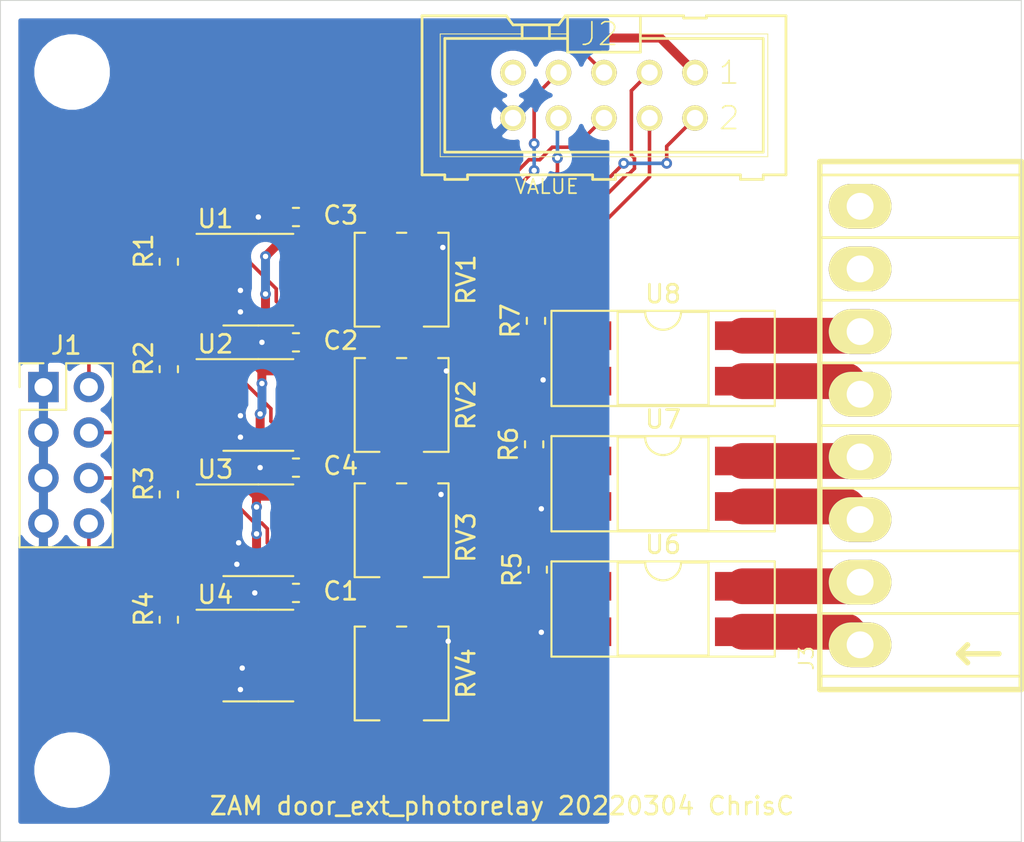
<source format=kicad_pcb>
(kicad_pcb (version 20171130) (host pcbnew 5.1.6-c6e7f7d~87~ubuntu18.04.1)

  (general
    (thickness 1.6)
    (drawings 5)
    (tracks 239)
    (zones 0)
    (modules 29)
    (nets 31)
  )

  (page A4)
  (layers
    (0 F.Cu signal)
    (31 B.Cu signal)
    (32 B.Adhes user)
    (33 F.Adhes user)
    (34 B.Paste user)
    (35 F.Paste user)
    (36 B.SilkS user)
    (37 F.SilkS user)
    (38 B.Mask user)
    (39 F.Mask user)
    (40 Dwgs.User user)
    (41 Cmts.User user)
    (42 Eco1.User user)
    (43 Eco2.User user)
    (44 Edge.Cuts user)
    (45 Margin user)
    (46 B.CrtYd user)
    (47 F.CrtYd user)
    (48 B.Fab user hide)
    (49 F.Fab user hide)
  )

  (setup
    (last_trace_width 0.2)
    (user_trace_width 0.5)
    (user_trace_width 1)
    (user_trace_width 2)
    (trace_clearance 0.2)
    (zone_clearance 0.508)
    (zone_45_only no)
    (trace_min 0.2)
    (via_size 0.6)
    (via_drill 0.3)
    (via_min_size 0.6)
    (via_min_drill 0.3)
    (uvia_size 0.3)
    (uvia_drill 0.1)
    (uvias_allowed no)
    (uvia_min_size 0.2)
    (uvia_min_drill 0.1)
    (edge_width 0.05)
    (segment_width 0.2)
    (pcb_text_width 0.3)
    (pcb_text_size 1.5 1.5)
    (mod_edge_width 0.12)
    (mod_text_size 1 1)
    (mod_text_width 0.15)
    (pad_size 1.524 1.524)
    (pad_drill 0.762)
    (pad_to_mask_clearance 0.05)
    (aux_axis_origin 0 0)
    (visible_elements FFFFFF7F)
    (pcbplotparams
      (layerselection 0x010f0_ffffffff)
      (usegerberextensions false)
      (usegerberattributes true)
      (usegerberadvancedattributes true)
      (creategerberjobfile true)
      (excludeedgelayer true)
      (linewidth 0.100000)
      (plotframeref false)
      (viasonmask false)
      (mode 1)
      (useauxorigin false)
      (hpglpennumber 1)
      (hpglpenspeed 20)
      (hpglpendiameter 15.000000)
      (psnegative false)
      (psa4output false)
      (plotreference true)
      (plotvalue true)
      (plotinvisibletext false)
      (padsonsilk false)
      (subtractmaskfromsilk false)
      (outputformat 1)
      (mirror false)
      (drillshape 0)
      (scaleselection 1)
      (outputdirectory "gerber/"))
  )

  (net 0 "")
  (net 1 +3V3)
  (net 2 GND)
  (net 3 /PD0)
  (net 4 /PD1)
  (net 5 /PD2)
  (net 6 /PD3)
  (net 7 GPIO0)
  (net 8 GPIO1)
  (net 9 GPIO2)
  (net 10 GPIO3)
  (net 11 GPIO4)
  (net 12 GPIO5)
  (net 13 GPIO6)
  (net 14 "Net-(J3-Pad1)")
  (net 15 "Net-(J3-Pad2)")
  (net 16 "Net-(J3-Pad3)")
  (net 17 "Net-(J3-Pad4)")
  (net 18 "Net-(J3-Pad5)")
  (net 19 "Net-(J3-Pad6)")
  (net 20 "Net-(R1-Pad1)")
  (net 21 "Net-(R2-Pad1)")
  (net 22 "Net-(R3-Pad1)")
  (net 23 "Net-(R4-Pad1)")
  (net 24 "Net-(R5-Pad1)")
  (net 25 "Net-(R6-Pad1)")
  (net 26 "Net-(R7-Pad1)")
  (net 27 "Net-(RV1-Pad2)")
  (net 28 "Net-(RV2-Pad2)")
  (net 29 "Net-(RV3-Pad2)")
  (net 30 "Net-(RV4-Pad2)")

  (net_class Default "This is the default net class."
    (clearance 0.2)
    (trace_width 0.2)
    (via_dia 0.6)
    (via_drill 0.3)
    (uvia_dia 0.3)
    (uvia_drill 0.1)
    (add_net +3V3)
    (add_net /PD0)
    (add_net /PD1)
    (add_net /PD2)
    (add_net /PD3)
    (add_net GND)
    (add_net GPIO0)
    (add_net GPIO1)
    (add_net GPIO2)
    (add_net GPIO3)
    (add_net GPIO4)
    (add_net GPIO5)
    (add_net GPIO6)
    (add_net "Net-(J3-Pad1)")
    (add_net "Net-(J3-Pad2)")
    (add_net "Net-(J3-Pad3)")
    (add_net "Net-(J3-Pad4)")
    (add_net "Net-(J3-Pad5)")
    (add_net "Net-(J3-Pad6)")
    (add_net "Net-(R1-Pad1)")
    (add_net "Net-(R2-Pad1)")
    (add_net "Net-(R3-Pad1)")
    (add_net "Net-(R4-Pad1)")
    (add_net "Net-(R5-Pad1)")
    (add_net "Net-(R6-Pad1)")
    (add_net "Net-(R7-Pad1)")
    (add_net "Net-(RV1-Pad2)")
    (add_net "Net-(RV2-Pad2)")
    (add_net "Net-(RV3-Pad2)")
    (add_net "Net-(RV4-Pad2)")
  )

  (module Capacitor_SMD:C_0603_1608Metric_Pad1.05x0.95mm_HandSolder (layer F.Cu) (tedit 5B301BBE) (tstamp 6222EDC1)
    (at 140.5 66.1 180)
    (descr "Capacitor SMD 0603 (1608 Metric), square (rectangular) end terminal, IPC_7351 nominal with elongated pad for handsoldering. (Body size source: http://www.tortai-tech.com/upload/download/2011102023233369053.pdf), generated with kicad-footprint-generator")
    (tags "capacitor handsolder")
    (path /62345241)
    (attr smd)
    (fp_text reference C1 (at -2.5 0.1) (layer F.SilkS)
      (effects (font (size 1 1) (thickness 0.15)))
    )
    (fp_text value 100n (at 0 1.43) (layer F.Fab)
      (effects (font (size 1 1) (thickness 0.15)))
    )
    (fp_line (start 1.65 0.73) (end -1.65 0.73) (layer F.CrtYd) (width 0.05))
    (fp_line (start 1.65 -0.73) (end 1.65 0.73) (layer F.CrtYd) (width 0.05))
    (fp_line (start -1.65 -0.73) (end 1.65 -0.73) (layer F.CrtYd) (width 0.05))
    (fp_line (start -1.65 0.73) (end -1.65 -0.73) (layer F.CrtYd) (width 0.05))
    (fp_line (start -0.171267 0.51) (end 0.171267 0.51) (layer F.SilkS) (width 0.12))
    (fp_line (start -0.171267 -0.51) (end 0.171267 -0.51) (layer F.SilkS) (width 0.12))
    (fp_line (start 0.8 0.4) (end -0.8 0.4) (layer F.Fab) (width 0.1))
    (fp_line (start 0.8 -0.4) (end 0.8 0.4) (layer F.Fab) (width 0.1))
    (fp_line (start -0.8 -0.4) (end 0.8 -0.4) (layer F.Fab) (width 0.1))
    (fp_line (start -0.8 0.4) (end -0.8 -0.4) (layer F.Fab) (width 0.1))
    (fp_text user %R (at 0 0) (layer F.Fab)
      (effects (font (size 0.4 0.4) (thickness 0.06)))
    )
    (pad 1 smd roundrect (at -0.875 0 180) (size 1.05 0.95) (layers F.Cu F.Paste F.Mask) (roundrect_rratio 0.25)
      (net 1 +3V3))
    (pad 2 smd roundrect (at 0.875 0 180) (size 1.05 0.95) (layers F.Cu F.Paste F.Mask) (roundrect_rratio 0.25)
      (net 2 GND))
    (model ${KISYS3DMOD}/Capacitor_SMD.3dshapes/C_0603_1608Metric.wrl
      (at (xyz 0 0 0))
      (scale (xyz 1 1 1))
      (rotate (xyz 0 0 0))
    )
  )

  (module Capacitor_SMD:C_0603_1608Metric_Pad1.05x0.95mm_HandSolder (layer F.Cu) (tedit 5B301BBE) (tstamp 62230BB8)
    (at 140.5 52.1 180)
    (descr "Capacitor SMD 0603 (1608 Metric), square (rectangular) end terminal, IPC_7351 nominal with elongated pad for handsoldering. (Body size source: http://www.tortai-tech.com/upload/download/2011102023233369053.pdf), generated with kicad-footprint-generator")
    (tags "capacitor handsolder")
    (path /62522956)
    (attr smd)
    (fp_text reference C2 (at -2.5 0.1) (layer F.SilkS)
      (effects (font (size 1 1) (thickness 0.15)))
    )
    (fp_text value 100n (at 0 1.43) (layer F.Fab)
      (effects (font (size 1 1) (thickness 0.15)))
    )
    (fp_text user %R (at 0 0) (layer F.Fab)
      (effects (font (size 0.4 0.4) (thickness 0.06)))
    )
    (fp_line (start -0.8 0.4) (end -0.8 -0.4) (layer F.Fab) (width 0.1))
    (fp_line (start -0.8 -0.4) (end 0.8 -0.4) (layer F.Fab) (width 0.1))
    (fp_line (start 0.8 -0.4) (end 0.8 0.4) (layer F.Fab) (width 0.1))
    (fp_line (start 0.8 0.4) (end -0.8 0.4) (layer F.Fab) (width 0.1))
    (fp_line (start -0.171267 -0.51) (end 0.171267 -0.51) (layer F.SilkS) (width 0.12))
    (fp_line (start -0.171267 0.51) (end 0.171267 0.51) (layer F.SilkS) (width 0.12))
    (fp_line (start -1.65 0.73) (end -1.65 -0.73) (layer F.CrtYd) (width 0.05))
    (fp_line (start -1.65 -0.73) (end 1.65 -0.73) (layer F.CrtYd) (width 0.05))
    (fp_line (start 1.65 -0.73) (end 1.65 0.73) (layer F.CrtYd) (width 0.05))
    (fp_line (start 1.65 0.73) (end -1.65 0.73) (layer F.CrtYd) (width 0.05))
    (pad 2 smd roundrect (at 0.875 0 180) (size 1.05 0.95) (layers F.Cu F.Paste F.Mask) (roundrect_rratio 0.25)
      (net 2 GND))
    (pad 1 smd roundrect (at -0.875 0 180) (size 1.05 0.95) (layers F.Cu F.Paste F.Mask) (roundrect_rratio 0.25)
      (net 1 +3V3))
    (model ${KISYS3DMOD}/Capacitor_SMD.3dshapes/C_0603_1608Metric.wrl
      (at (xyz 0 0 0))
      (scale (xyz 1 1 1))
      (rotate (xyz 0 0 0))
    )
  )

  (module Capacitor_SMD:C_0603_1608Metric_Pad1.05x0.95mm_HandSolder (layer F.Cu) (tedit 5B301BBE) (tstamp 6222EDE3)
    (at 140.5 45.1 180)
    (descr "Capacitor SMD 0603 (1608 Metric), square (rectangular) end terminal, IPC_7351 nominal with elongated pad for handsoldering. (Body size source: http://www.tortai-tech.com/upload/download/2011102023233369053.pdf), generated with kicad-footprint-generator")
    (tags "capacitor handsolder")
    (path /625231B4)
    (attr smd)
    (fp_text reference C3 (at -2.5 0.1) (layer F.SilkS)
      (effects (font (size 1 1) (thickness 0.15)))
    )
    (fp_text value 100n (at 0 1.43) (layer F.Fab)
      (effects (font (size 1 1) (thickness 0.15)))
    )
    (fp_line (start 1.65 0.73) (end -1.65 0.73) (layer F.CrtYd) (width 0.05))
    (fp_line (start 1.65 -0.73) (end 1.65 0.73) (layer F.CrtYd) (width 0.05))
    (fp_line (start -1.65 -0.73) (end 1.65 -0.73) (layer F.CrtYd) (width 0.05))
    (fp_line (start -1.65 0.73) (end -1.65 -0.73) (layer F.CrtYd) (width 0.05))
    (fp_line (start -0.171267 0.51) (end 0.171267 0.51) (layer F.SilkS) (width 0.12))
    (fp_line (start -0.171267 -0.51) (end 0.171267 -0.51) (layer F.SilkS) (width 0.12))
    (fp_line (start 0.8 0.4) (end -0.8 0.4) (layer F.Fab) (width 0.1))
    (fp_line (start 0.8 -0.4) (end 0.8 0.4) (layer F.Fab) (width 0.1))
    (fp_line (start -0.8 -0.4) (end 0.8 -0.4) (layer F.Fab) (width 0.1))
    (fp_line (start -0.8 0.4) (end -0.8 -0.4) (layer F.Fab) (width 0.1))
    (fp_text user %R (at 0 0) (layer F.Fab)
      (effects (font (size 0.4 0.4) (thickness 0.06)))
    )
    (pad 1 smd roundrect (at -0.875 0 180) (size 1.05 0.95) (layers F.Cu F.Paste F.Mask) (roundrect_rratio 0.25)
      (net 1 +3V3))
    (pad 2 smd roundrect (at 0.875 0 180) (size 1.05 0.95) (layers F.Cu F.Paste F.Mask) (roundrect_rratio 0.25)
      (net 2 GND))
    (model ${KISYS3DMOD}/Capacitor_SMD.3dshapes/C_0603_1608Metric.wrl
      (at (xyz 0 0 0))
      (scale (xyz 1 1 1))
      (rotate (xyz 0 0 0))
    )
  )

  (module Capacitor_SMD:C_0603_1608Metric_Pad1.05x0.95mm_HandSolder (layer F.Cu) (tedit 5B301BBE) (tstamp 6222EDF4)
    (at 140.5 59.1 180)
    (descr "Capacitor SMD 0603 (1608 Metric), square (rectangular) end terminal, IPC_7351 nominal with elongated pad for handsoldering. (Body size source: http://www.tortai-tech.com/upload/download/2011102023233369053.pdf), generated with kicad-footprint-generator")
    (tags "capacitor handsolder")
    (path /6252397A)
    (attr smd)
    (fp_text reference C4 (at -2.5 0.1) (layer F.SilkS)
      (effects (font (size 1 1) (thickness 0.15)))
    )
    (fp_text value 100n (at 0 1.43) (layer F.Fab)
      (effects (font (size 1 1) (thickness 0.15)))
    )
    (fp_text user %R (at 0 0) (layer F.Fab)
      (effects (font (size 0.4 0.4) (thickness 0.06)))
    )
    (fp_line (start -0.8 0.4) (end -0.8 -0.4) (layer F.Fab) (width 0.1))
    (fp_line (start -0.8 -0.4) (end 0.8 -0.4) (layer F.Fab) (width 0.1))
    (fp_line (start 0.8 -0.4) (end 0.8 0.4) (layer F.Fab) (width 0.1))
    (fp_line (start 0.8 0.4) (end -0.8 0.4) (layer F.Fab) (width 0.1))
    (fp_line (start -0.171267 -0.51) (end 0.171267 -0.51) (layer F.SilkS) (width 0.12))
    (fp_line (start -0.171267 0.51) (end 0.171267 0.51) (layer F.SilkS) (width 0.12))
    (fp_line (start -1.65 0.73) (end -1.65 -0.73) (layer F.CrtYd) (width 0.05))
    (fp_line (start -1.65 -0.73) (end 1.65 -0.73) (layer F.CrtYd) (width 0.05))
    (fp_line (start 1.65 -0.73) (end 1.65 0.73) (layer F.CrtYd) (width 0.05))
    (fp_line (start 1.65 0.73) (end -1.65 0.73) (layer F.CrtYd) (width 0.05))
    (pad 2 smd roundrect (at 0.875 0 180) (size 1.05 0.95) (layers F.Cu F.Paste F.Mask) (roundrect_rratio 0.25)
      (net 2 GND))
    (pad 1 smd roundrect (at -0.875 0 180) (size 1.05 0.95) (layers F.Cu F.Paste F.Mask) (roundrect_rratio 0.25)
      (net 1 +3V3))
    (model ${KISYS3DMOD}/Capacitor_SMD.3dshapes/C_0603_1608Metric.wrl
      (at (xyz 0 0 0))
      (scale (xyz 1 1 1))
      (rotate (xyz 0 0 0))
    )
  )

  (module Connector_PinHeader_2.54mm:PinHeader_2x04_P2.54mm_Vertical (layer F.Cu) (tedit 59FED5CC) (tstamp 6222EE12)
    (at 126.4 54.6)
    (descr "Through hole straight pin header, 2x04, 2.54mm pitch, double rows")
    (tags "Through hole pin header THT 2x04 2.54mm double row")
    (path /6227E235)
    (fp_text reference J1 (at 1.27 -2.33) (layer F.SilkS)
      (effects (font (size 1 1) (thickness 0.15)))
    )
    (fp_text value Conn_02x04_Odd_Even (at 1.27 9.95) (layer F.Fab)
      (effects (font (size 1 1) (thickness 0.15)))
    )
    (fp_line (start 4.35 -1.8) (end -1.8 -1.8) (layer F.CrtYd) (width 0.05))
    (fp_line (start 4.35 9.4) (end 4.35 -1.8) (layer F.CrtYd) (width 0.05))
    (fp_line (start -1.8 9.4) (end 4.35 9.4) (layer F.CrtYd) (width 0.05))
    (fp_line (start -1.8 -1.8) (end -1.8 9.4) (layer F.CrtYd) (width 0.05))
    (fp_line (start -1.33 -1.33) (end 0 -1.33) (layer F.SilkS) (width 0.12))
    (fp_line (start -1.33 0) (end -1.33 -1.33) (layer F.SilkS) (width 0.12))
    (fp_line (start 1.27 -1.33) (end 3.87 -1.33) (layer F.SilkS) (width 0.12))
    (fp_line (start 1.27 1.27) (end 1.27 -1.33) (layer F.SilkS) (width 0.12))
    (fp_line (start -1.33 1.27) (end 1.27 1.27) (layer F.SilkS) (width 0.12))
    (fp_line (start 3.87 -1.33) (end 3.87 8.95) (layer F.SilkS) (width 0.12))
    (fp_line (start -1.33 1.27) (end -1.33 8.95) (layer F.SilkS) (width 0.12))
    (fp_line (start -1.33 8.95) (end 3.87 8.95) (layer F.SilkS) (width 0.12))
    (fp_line (start -1.27 0) (end 0 -1.27) (layer F.Fab) (width 0.1))
    (fp_line (start -1.27 8.89) (end -1.27 0) (layer F.Fab) (width 0.1))
    (fp_line (start 3.81 8.89) (end -1.27 8.89) (layer F.Fab) (width 0.1))
    (fp_line (start 3.81 -1.27) (end 3.81 8.89) (layer F.Fab) (width 0.1))
    (fp_line (start 0 -1.27) (end 3.81 -1.27) (layer F.Fab) (width 0.1))
    (fp_text user %R (at 1.27 3.81 90) (layer F.Fab)
      (effects (font (size 1 1) (thickness 0.15)))
    )
    (pad 1 thru_hole rect (at 0 0) (size 1.7 1.7) (drill 1) (layers *.Cu *.Mask)
      (net 2 GND))
    (pad 2 thru_hole oval (at 2.54 0) (size 1.7 1.7) (drill 1) (layers *.Cu *.Mask)
      (net 3 /PD0))
    (pad 3 thru_hole oval (at 0 2.54) (size 1.7 1.7) (drill 1) (layers *.Cu *.Mask)
      (net 2 GND))
    (pad 4 thru_hole oval (at 2.54 2.54) (size 1.7 1.7) (drill 1) (layers *.Cu *.Mask)
      (net 4 /PD1))
    (pad 5 thru_hole oval (at 0 5.08) (size 1.7 1.7) (drill 1) (layers *.Cu *.Mask)
      (net 2 GND))
    (pad 6 thru_hole oval (at 2.54 5.08) (size 1.7 1.7) (drill 1) (layers *.Cu *.Mask)
      (net 5 /PD2))
    (pad 7 thru_hole oval (at 0 7.62) (size 1.7 1.7) (drill 1) (layers *.Cu *.Mask)
      (net 2 GND))
    (pad 8 thru_hole oval (at 2.54 7.62) (size 1.7 1.7) (drill 1) (layers *.Cu *.Mask)
      (net 6 /PD3))
    (model ${KISYS3DMOD}/Connector_PinHeader_2.54mm.3dshapes/PinHeader_2x04_P2.54mm_Vertical.wrl
      (at (xyz 0 0 0))
      (scale (xyz 1 1 1))
      (rotate (xyz 0 0 0))
    )
  )

  (module con-harting-ml:con-harting-ml-ML10 (layer F.Cu) (tedit 54D7CBEF) (tstamp 6222EE7F)
    (at 157.7 38.3 180)
    (descr HARTING)
    (tags HARTING)
    (path /6222B60D)
    (attr virtual)
    (fp_text reference J2 (at 0.254 3.429) (layer F.SilkS)
      (effects (font (size 1.27 1.27) (thickness 0.0889)))
    )
    (fp_text value Conn_02x05_Odd_Even (at -5.3 -5.2) (layer F.SilkS) hide
      (effects (font (size 0.8 0.8) (thickness 0.1)))
    )
    (fp_line (start -5.715 4.445) (end -10.16 4.445) (layer F.SilkS) (width 0.1524))
    (fp_line (start -5.715 4.445) (end -5.715 4.318) (layer F.SilkS) (width 0.1524))
    (fp_line (start -4.445 4.318) (end -5.715 4.318) (layer F.SilkS) (width 0.1524))
    (fp_line (start -4.445 4.318) (end -4.445 4.445) (layer F.SilkS) (width 0.1524))
    (fp_line (start -2.032 4.445) (end -4.445 4.445) (layer F.SilkS) (width 0.1524))
    (fp_line (start 4.572 3.937) (end 3.048 3.937) (layer F.SilkS) (width 0.1524))
    (fp_line (start 4.572 3.429) (end 4.572 3.937) (layer F.SilkS) (width 0.1524))
    (fp_line (start 3.048 3.937) (end 2.54 3.937) (layer F.SilkS) (width 0.1524))
    (fp_line (start 3.048 3.429) (end 3.048 3.937) (layer F.SilkS) (width 0.1524))
    (fp_line (start -2.032 3.429) (end -2.032 4.445) (layer F.SilkS) (width 0.1524))
    (fp_line (start -9.144 3.429) (end -2.032 3.429) (layer F.SilkS) (width 0.0508))
    (fp_line (start -9.144 -3.429) (end -9.144 3.429) (layer F.SilkS) (width 0.0508))
    (fp_line (start 9.144 -3.429) (end -9.144 -3.429) (layer F.SilkS) (width 0.0508))
    (fp_line (start 9.144 3.429) (end 9.144 -3.429) (layer F.SilkS) (width 0.0508))
    (fp_line (start 4.572 3.429) (end 9.144 3.429) (layer F.SilkS) (width 0.0508))
    (fp_line (start 2.032 3.429) (end 2.032 4.445) (layer F.SilkS) (width 0.1524))
    (fp_line (start 3.048 3.429) (end 2.032 3.429) (layer F.SilkS) (width 0.0508))
    (fp_line (start 5.08 3.937) (end 4.572 3.937) (layer F.SilkS) (width 0.1524))
    (fp_line (start 5.08 3.937) (end 5.461 4.445) (layer F.SilkS) (width 0.1524))
    (fp_line (start 2.159 4.445) (end 2.54 3.937) (layer F.SilkS) (width 0.1524))
    (fp_line (start 4.572 3.175) (end 3.048 3.175) (layer F.SilkS) (width 0.1524))
    (fp_line (start 4.572 3.175) (end 4.572 3.429) (layer F.SilkS) (width 0.1524))
    (fp_line (start 3.048 3.175) (end 2.032 3.175) (layer F.SilkS) (width 0.1524))
    (fp_line (start 3.048 3.175) (end 3.048 3.429) (layer F.SilkS) (width 0.1524))
    (fp_line (start 2.032 4.445) (end -2.032 4.445) (layer F.SilkS) (width 0.1524))
    (fp_line (start 2.159 4.445) (end 2.032 4.445) (layer F.SilkS) (width 0.1524))
    (fp_line (start -7.62 -4.445) (end -0.635 -4.445) (layer F.SilkS) (width 0.1524))
    (fp_line (start -7.62 -4.699) (end -7.62 -4.445) (layer F.SilkS) (width 0.1524))
    (fp_line (start -8.89 -4.699) (end -8.89 -4.445) (layer F.SilkS) (width 0.1524))
    (fp_line (start -7.62 -4.699) (end -8.89 -4.699) (layer F.SilkS) (width 0.1524))
    (fp_line (start -0.635 -4.699) (end -0.635 -4.445) (layer F.SilkS) (width 0.1524))
    (fp_line (start 0.635 -4.445) (end 7.62 -4.445) (layer F.SilkS) (width 0.1524))
    (fp_line (start 0.635 -4.699) (end 0.635 -4.445) (layer F.SilkS) (width 0.1524))
    (fp_line (start 0.635 -4.699) (end -0.635 -4.699) (layer F.SilkS) (width 0.1524))
    (fp_line (start 8.89 -4.445) (end 10.16 -4.445) (layer F.SilkS) (width 0.1524))
    (fp_line (start 7.62 -4.445) (end 7.62 -4.699) (layer F.SilkS) (width 0.1524))
    (fp_line (start 8.89 -4.699) (end 7.62 -4.699) (layer F.SilkS) (width 0.1524))
    (fp_line (start 8.89 -4.445) (end 8.89 -4.699) (layer F.SilkS) (width 0.1524))
    (fp_line (start 2.032 3.175) (end 2.032 3.429) (layer F.SilkS) (width 0.1524))
    (fp_line (start 2.032 2.413) (end 2.032 3.175) (layer F.SilkS) (width 0.1524))
    (fp_line (start -2.032 3.175) (end -2.032 3.429) (layer F.SilkS) (width 0.1524))
    (fp_line (start -2.032 3.175) (end -8.89 3.175) (layer F.SilkS) (width 0.1524))
    (fp_line (start -2.032 3.175) (end -2.032 2.413) (layer F.SilkS) (width 0.1524))
    (fp_line (start 2.032 2.413) (end -2.032 2.413) (layer F.SilkS) (width 0.1524))
    (fp_line (start 8.89 3.175) (end 4.572 3.175) (layer F.SilkS) (width 0.1524))
    (fp_line (start -10.16 -4.445) (end -10.16 4.445) (layer F.SilkS) (width 0.1524))
    (fp_line (start 10.16 4.445) (end 10.16 -4.445) (layer F.SilkS) (width 0.1524))
    (fp_line (start 10.16 4.445) (end 5.461 4.445) (layer F.SilkS) (width 0.1524))
    (fp_line (start -10.16 -4.445) (end -8.89 -4.445) (layer F.SilkS) (width 0.1524))
    (fp_line (start -8.89 -3.175) (end -8.89 3.175) (layer F.SilkS) (width 0.1524))
    (fp_line (start 8.89 3.175) (end 8.89 -3.175) (layer F.SilkS) (width 0.1524))
    (fp_line (start -8.89 -3.175) (end 8.89 -3.175) (layer F.SilkS) (width 0.1524))
    (fp_line (start 2.286 1.524) (end 2.286 1.016) (layer F.SilkS) (width 0.06604))
    (fp_line (start 2.286 1.016) (end 2.794 1.016) (layer F.SilkS) (width 0.06604))
    (fp_line (start 2.794 1.524) (end 2.794 1.016) (layer F.SilkS) (width 0.06604))
    (fp_line (start 2.286 1.524) (end 2.794 1.524) (layer F.SilkS) (width 0.06604))
    (fp_line (start 4.826 1.524) (end 4.826 1.016) (layer F.SilkS) (width 0.06604))
    (fp_line (start 4.826 1.016) (end 5.334 1.016) (layer F.SilkS) (width 0.06604))
    (fp_line (start 5.334 1.524) (end 5.334 1.016) (layer F.SilkS) (width 0.06604))
    (fp_line (start 4.826 1.524) (end 5.334 1.524) (layer F.SilkS) (width 0.06604))
    (fp_line (start -0.254 1.524) (end -0.254 1.016) (layer F.SilkS) (width 0.06604))
    (fp_line (start -0.254 1.016) (end 0.254 1.016) (layer F.SilkS) (width 0.06604))
    (fp_line (start 0.254 1.524) (end 0.254 1.016) (layer F.SilkS) (width 0.06604))
    (fp_line (start -0.254 1.524) (end 0.254 1.524) (layer F.SilkS) (width 0.06604))
    (fp_line (start -5.334 1.524) (end -5.334 1.016) (layer F.SilkS) (width 0.06604))
    (fp_line (start -5.334 1.016) (end -4.826 1.016) (layer F.SilkS) (width 0.06604))
    (fp_line (start -4.826 1.524) (end -4.826 1.016) (layer F.SilkS) (width 0.06604))
    (fp_line (start -5.334 1.524) (end -4.826 1.524) (layer F.SilkS) (width 0.06604))
    (fp_line (start -2.794 1.524) (end -2.794 1.016) (layer F.SilkS) (width 0.06604))
    (fp_line (start -2.794 1.016) (end -2.286 1.016) (layer F.SilkS) (width 0.06604))
    (fp_line (start -2.286 1.524) (end -2.286 1.016) (layer F.SilkS) (width 0.06604))
    (fp_line (start -2.794 1.524) (end -2.286 1.524) (layer F.SilkS) (width 0.06604))
    (fp_line (start 2.286 -1.016) (end 2.286 -1.524) (layer F.SilkS) (width 0.06604))
    (fp_line (start 2.286 -1.524) (end 2.794 -1.524) (layer F.SilkS) (width 0.06604))
    (fp_line (start 2.794 -1.016) (end 2.794 -1.524) (layer F.SilkS) (width 0.06604))
    (fp_line (start 2.286 -1.016) (end 2.794 -1.016) (layer F.SilkS) (width 0.06604))
    (fp_line (start 4.826 -1.016) (end 4.826 -1.524) (layer F.SilkS) (width 0.06604))
    (fp_line (start 4.826 -1.524) (end 5.334 -1.524) (layer F.SilkS) (width 0.06604))
    (fp_line (start 5.334 -1.016) (end 5.334 -1.524) (layer F.SilkS) (width 0.06604))
    (fp_line (start 4.826 -1.016) (end 5.334 -1.016) (layer F.SilkS) (width 0.06604))
    (fp_line (start -0.254 -1.016) (end -0.254 -1.524) (layer F.SilkS) (width 0.06604))
    (fp_line (start -0.254 -1.524) (end 0.254 -1.524) (layer F.SilkS) (width 0.06604))
    (fp_line (start 0.254 -1.016) (end 0.254 -1.524) (layer F.SilkS) (width 0.06604))
    (fp_line (start -0.254 -1.016) (end 0.254 -1.016) (layer F.SilkS) (width 0.06604))
    (fp_line (start -5.334 -1.016) (end -5.334 -1.524) (layer F.SilkS) (width 0.06604))
    (fp_line (start -5.334 -1.524) (end -4.826 -1.524) (layer F.SilkS) (width 0.06604))
    (fp_line (start -4.826 -1.016) (end -4.826 -1.524) (layer F.SilkS) (width 0.06604))
    (fp_line (start -5.334 -1.016) (end -4.826 -1.016) (layer F.SilkS) (width 0.06604))
    (fp_line (start -2.794 -1.016) (end -2.794 -1.524) (layer F.SilkS) (width 0.06604))
    (fp_line (start -2.794 -1.524) (end -2.286 -1.524) (layer F.SilkS) (width 0.06604))
    (fp_line (start -2.286 -1.016) (end -2.286 -1.524) (layer F.SilkS) (width 0.06604))
    (fp_line (start -2.794 -1.016) (end -2.286 -1.016) (layer F.SilkS) (width 0.06604))
    (fp_text user VALUE (at 3.2 -5.1) (layer F.SilkS)
      (effects (font (size 0.8 0.8) (thickness 0.1)))
    )
    (fp_text user 1 (at -6.985 1.27) (layer F.SilkS)
      (effects (font (size 1.27 1.27) (thickness 0.0889)))
    )
    (fp_text user 2 (at -6.985 -1.27) (layer F.SilkS)
      (effects (font (size 1.27 1.27) (thickness 0.0889)))
    )
    (pad 1 thru_hole circle (at -5.08 1.27 180) (size 1.4224 1.4224) (drill 0.9144) (layers *.Cu *.Mask F.Paste F.SilkS)
      (net 1 +3V3))
    (pad 2 thru_hole circle (at -5.08 -1.27 180) (size 1.4224 1.4224) (drill 0.9144) (layers *.Cu *.Mask F.Paste F.SilkS)
      (net 7 GPIO0))
    (pad 3 thru_hole circle (at -2.54 1.27 180) (size 1.4224 1.4224) (drill 0.9144) (layers *.Cu *.Mask F.Paste F.SilkS)
      (net 8 GPIO1))
    (pad 4 thru_hole circle (at -2.54 -1.27 180) (size 1.4224 1.4224) (drill 0.9144) (layers *.Cu *.Mask F.Paste F.SilkS)
      (net 9 GPIO2))
    (pad 5 thru_hole circle (at 0 1.27 180) (size 1.4224 1.4224) (drill 0.9144) (layers *.Cu *.Mask F.Paste F.SilkS)
      (net 10 GPIO3))
    (pad 6 thru_hole circle (at 0 -1.27 180) (size 1.4224 1.4224) (drill 0.9144) (layers *.Cu *.Mask F.Paste F.SilkS)
      (net 11 GPIO4))
    (pad 7 thru_hole circle (at 2.54 1.27 180) (size 1.4224 1.4224) (drill 0.9144) (layers *.Cu *.Mask F.Paste F.SilkS)
      (net 12 GPIO5))
    (pad 8 thru_hole circle (at 2.54 -1.27 180) (size 1.4224 1.4224) (drill 0.9144) (layers *.Cu *.Mask F.Paste F.SilkS)
      (net 13 GPIO6))
    (pad 9 thru_hole circle (at 5.08 1.27 180) (size 1.4224 1.4224) (drill 0.9144) (layers *.Cu *.Mask F.Paste F.SilkS))
    (pad 10 thru_hole circle (at 5.08 -1.27 180) (size 1.4224 1.4224) (drill 0.9144) (layers *.Cu *.Mask F.Paste F.SilkS)
      (net 2 GND))
  )

  (module cc_con-lst:con-ria-TYPE_182_169_8PIN (layer F.Cu) (tedit 5A2293B5) (tstamp 6222EE9B)
    (at 172 69 90)
    (path /6225E87C)
    (attr virtual)
    (fp_text reference J3 (at -0.75 -3 90) (layer F.SilkS)
      (effects (font (size 0.8 0.8) (thickness 0.1)))
    )
    (fp_text value Conn_01x08 (at -0.5 9.75 90) (layer F.SilkS) hide
      (effects (font (size 0.8 0.8) (thickness 0.1)))
    )
    (fp_line (start 26.25 -2.25) (end 26.25 9) (layer F.SilkS) (width 0.15))
    (fp_line (start 22.75 -2.25) (end 22.75 9) (layer F.SilkS) (width 0.15))
    (fp_line (start 19.25 -2.25) (end 19.25 9) (layer F.SilkS) (width 0.15))
    (fp_line (start 12.25 -2.25) (end 12.25 9) (layer F.SilkS) (width 0.15))
    (fp_line (start -0.49974 5.49968) (end 0.00064 5.99752) (layer F.SilkS) (width 0.3048))
    (fp_line (start -0.49974 5.49968) (end -0.99758 5.99752) (layer F.SilkS) (width 0.3048))
    (fp_line (start -0.49974 7.74758) (end -0.49974 5.49968) (layer F.SilkS) (width 0.3048))
    (fp_line (start -2.5 -2.25) (end 27 -2.25) (layer F.SilkS) (width 0.3048))
    (fp_line (start -2.5 9) (end -2.5 -2.25) (layer F.SilkS) (width 0.3048))
    (fp_line (start 27 9) (end 27 -2.25) (layer F.SilkS) (width 0.3048))
    (fp_line (start -2.5 9) (end 27 9) (layer F.SilkS) (width 0.3048))
    (fp_line (start 1.75 -2.25) (end 1.75 9) (layer F.SilkS) (width 0.15))
    (fp_line (start 5.25 -2.25) (end 5.25 9) (layer F.SilkS) (width 0.15))
    (fp_line (start 8.75 -2.25) (end 8.75 9) (layer F.SilkS) (width 0.15))
    (fp_line (start 15.75 -2.25) (end 15.75 9) (layer F.SilkS) (width 0.15))
    (fp_line (start -1.75 -2.25) (end -1.75 9) (layer F.SilkS) (width 0.15))
    (pad 1 thru_hole oval (at 0 0 90) (size 2.5 3.5) (drill 1.5) (layers *.Cu *.Mask F.Paste F.SilkS)
      (net 14 "Net-(J3-Pad1)"))
    (pad 2 thru_hole oval (at 3.49758 0 90) (size 2.5 3.5) (drill 1.5) (layers *.Cu *.Mask F.Paste F.SilkS)
      (net 15 "Net-(J3-Pad2)"))
    (pad 3 thru_hole oval (at 6.9977 0 90) (size 2.5 3.5) (drill 1.5) (layers *.Cu *.Mask F.Paste F.SilkS)
      (net 16 "Net-(J3-Pad3)"))
    (pad 4 thru_hole oval (at 10.49782 0 90) (size 2.5 3.5) (drill 1.5) (layers *.Cu *.Mask F.Paste F.SilkS)
      (net 17 "Net-(J3-Pad4)"))
    (pad 5 thru_hole oval (at 14 0 90) (size 2.5 3.5) (drill 1.5) (layers *.Cu *.Mask F.Paste F.SilkS)
      (net 18 "Net-(J3-Pad5)"))
    (pad 6 thru_hole oval (at 17.5 0 90) (size 2.5 3.5) (drill 1.5) (layers *.Cu *.Mask F.Paste F.SilkS)
      (net 19 "Net-(J3-Pad6)"))
    (pad 7 thru_hole oval (at 21 0 90) (size 2.5 3.5) (drill 1.5) (layers *.Cu *.Mask F.Paste F.SilkS))
    (pad 8 thru_hole oval (at 24.5 0 90) (size 2.5 3.5) (drill 1.5) (layers *.Cu *.Mask F.Paste F.SilkS))
  )

  (module Resistor_SMD:R_0603_1608Metric_Pad1.05x0.95mm_HandSolder (layer F.Cu) (tedit 5B301BBD) (tstamp 6222EEAC)
    (at 133.4 47.6 270)
    (descr "Resistor SMD 0603 (1608 Metric), square (rectangular) end terminal, IPC_7351 nominal with elongated pad for handsoldering. (Body size source: http://www.tortai-tech.com/upload/download/2011102023233369053.pdf), generated with kicad-footprint-generator")
    (tags "resistor handsolder")
    (path /6223FF6B)
    (attr smd)
    (fp_text reference R1 (at -0.6 1.4 90) (layer F.SilkS)
      (effects (font (size 1 1) (thickness 0.15)))
    )
    (fp_text value R (at 0 1.43 90) (layer F.Fab)
      (effects (font (size 1 1) (thickness 0.15)))
    )
    (fp_text user %R (at 0 0 90) (layer F.Fab)
      (effects (font (size 0.4 0.4) (thickness 0.06)))
    )
    (fp_line (start -0.8 0.4) (end -0.8 -0.4) (layer F.Fab) (width 0.1))
    (fp_line (start -0.8 -0.4) (end 0.8 -0.4) (layer F.Fab) (width 0.1))
    (fp_line (start 0.8 -0.4) (end 0.8 0.4) (layer F.Fab) (width 0.1))
    (fp_line (start 0.8 0.4) (end -0.8 0.4) (layer F.Fab) (width 0.1))
    (fp_line (start -0.171267 -0.51) (end 0.171267 -0.51) (layer F.SilkS) (width 0.12))
    (fp_line (start -0.171267 0.51) (end 0.171267 0.51) (layer F.SilkS) (width 0.12))
    (fp_line (start -1.65 0.73) (end -1.65 -0.73) (layer F.CrtYd) (width 0.05))
    (fp_line (start -1.65 -0.73) (end 1.65 -0.73) (layer F.CrtYd) (width 0.05))
    (fp_line (start 1.65 -0.73) (end 1.65 0.73) (layer F.CrtYd) (width 0.05))
    (fp_line (start 1.65 0.73) (end -1.65 0.73) (layer F.CrtYd) (width 0.05))
    (pad 2 smd roundrect (at 0.875 0 270) (size 1.05 0.95) (layers F.Cu F.Paste F.Mask) (roundrect_rratio 0.25)
      (net 3 /PD0))
    (pad 1 smd roundrect (at -0.875 0 270) (size 1.05 0.95) (layers F.Cu F.Paste F.Mask) (roundrect_rratio 0.25)
      (net 20 "Net-(R1-Pad1)"))
    (model ${KISYS3DMOD}/Resistor_SMD.3dshapes/R_0603_1608Metric.wrl
      (at (xyz 0 0 0))
      (scale (xyz 1 1 1))
      (rotate (xyz 0 0 0))
    )
  )

  (module Resistor_SMD:R_0603_1608Metric_Pad1.05x0.95mm_HandSolder (layer F.Cu) (tedit 5B301BBD) (tstamp 6222FFF6)
    (at 133.4 53.6 270)
    (descr "Resistor SMD 0603 (1608 Metric), square (rectangular) end terminal, IPC_7351 nominal with elongated pad for handsoldering. (Body size source: http://www.tortai-tech.com/upload/download/2011102023233369053.pdf), generated with kicad-footprint-generator")
    (tags "resistor handsolder")
    (path /62241FFE)
    (attr smd)
    (fp_text reference R2 (at -0.6 1.4 90) (layer F.SilkS)
      (effects (font (size 1 1) (thickness 0.15)))
    )
    (fp_text value R (at 0 1.43 90) (layer F.Fab)
      (effects (font (size 1 1) (thickness 0.15)))
    )
    (fp_line (start 1.65 0.73) (end -1.65 0.73) (layer F.CrtYd) (width 0.05))
    (fp_line (start 1.65 -0.73) (end 1.65 0.73) (layer F.CrtYd) (width 0.05))
    (fp_line (start -1.65 -0.73) (end 1.65 -0.73) (layer F.CrtYd) (width 0.05))
    (fp_line (start -1.65 0.73) (end -1.65 -0.73) (layer F.CrtYd) (width 0.05))
    (fp_line (start -0.171267 0.51) (end 0.171267 0.51) (layer F.SilkS) (width 0.12))
    (fp_line (start -0.171267 -0.51) (end 0.171267 -0.51) (layer F.SilkS) (width 0.12))
    (fp_line (start 0.8 0.4) (end -0.8 0.4) (layer F.Fab) (width 0.1))
    (fp_line (start 0.8 -0.4) (end 0.8 0.4) (layer F.Fab) (width 0.1))
    (fp_line (start -0.8 -0.4) (end 0.8 -0.4) (layer F.Fab) (width 0.1))
    (fp_line (start -0.8 0.4) (end -0.8 -0.4) (layer F.Fab) (width 0.1))
    (fp_text user %R (at 0 0 90) (layer F.Fab)
      (effects (font (size 0.4 0.4) (thickness 0.06)))
    )
    (pad 1 smd roundrect (at -0.875 0 270) (size 1.05 0.95) (layers F.Cu F.Paste F.Mask) (roundrect_rratio 0.25)
      (net 21 "Net-(R2-Pad1)"))
    (pad 2 smd roundrect (at 0.875 0 270) (size 1.05 0.95) (layers F.Cu F.Paste F.Mask) (roundrect_rratio 0.25)
      (net 4 /PD1))
    (model ${KISYS3DMOD}/Resistor_SMD.3dshapes/R_0603_1608Metric.wrl
      (at (xyz 0 0 0))
      (scale (xyz 1 1 1))
      (rotate (xyz 0 0 0))
    )
  )

  (module Resistor_SMD:R_0603_1608Metric_Pad1.05x0.95mm_HandSolder (layer F.Cu) (tedit 5B301BBD) (tstamp 6222EECE)
    (at 133.4 60.6 270)
    (descr "Resistor SMD 0603 (1608 Metric), square (rectangular) end terminal, IPC_7351 nominal with elongated pad for handsoldering. (Body size source: http://www.tortai-tech.com/upload/download/2011102023233369053.pdf), generated with kicad-footprint-generator")
    (tags "resistor handsolder")
    (path /6229218C)
    (attr smd)
    (fp_text reference R3 (at -0.6 1.4 90) (layer F.SilkS)
      (effects (font (size 1 1) (thickness 0.15)))
    )
    (fp_text value R (at 0 1.43 90) (layer F.Fab)
      (effects (font (size 1 1) (thickness 0.15)))
    )
    (fp_text user %R (at 0 0 90) (layer F.Fab)
      (effects (font (size 0.4 0.4) (thickness 0.06)))
    )
    (fp_line (start -0.8 0.4) (end -0.8 -0.4) (layer F.Fab) (width 0.1))
    (fp_line (start -0.8 -0.4) (end 0.8 -0.4) (layer F.Fab) (width 0.1))
    (fp_line (start 0.8 -0.4) (end 0.8 0.4) (layer F.Fab) (width 0.1))
    (fp_line (start 0.8 0.4) (end -0.8 0.4) (layer F.Fab) (width 0.1))
    (fp_line (start -0.171267 -0.51) (end 0.171267 -0.51) (layer F.SilkS) (width 0.12))
    (fp_line (start -0.171267 0.51) (end 0.171267 0.51) (layer F.SilkS) (width 0.12))
    (fp_line (start -1.65 0.73) (end -1.65 -0.73) (layer F.CrtYd) (width 0.05))
    (fp_line (start -1.65 -0.73) (end 1.65 -0.73) (layer F.CrtYd) (width 0.05))
    (fp_line (start 1.65 -0.73) (end 1.65 0.73) (layer F.CrtYd) (width 0.05))
    (fp_line (start 1.65 0.73) (end -1.65 0.73) (layer F.CrtYd) (width 0.05))
    (pad 2 smd roundrect (at 0.875 0 270) (size 1.05 0.95) (layers F.Cu F.Paste F.Mask) (roundrect_rratio 0.25)
      (net 5 /PD2))
    (pad 1 smd roundrect (at -0.875 0 270) (size 1.05 0.95) (layers F.Cu F.Paste F.Mask) (roundrect_rratio 0.25)
      (net 22 "Net-(R3-Pad1)"))
    (model ${KISYS3DMOD}/Resistor_SMD.3dshapes/R_0603_1608Metric.wrl
      (at (xyz 0 0 0))
      (scale (xyz 1 1 1))
      (rotate (xyz 0 0 0))
    )
  )

  (module Resistor_SMD:R_0603_1608Metric_Pad1.05x0.95mm_HandSolder (layer F.Cu) (tedit 5B301BBD) (tstamp 6222EEDF)
    (at 133.4 67.6 270)
    (descr "Resistor SMD 0603 (1608 Metric), square (rectangular) end terminal, IPC_7351 nominal with elongated pad for handsoldering. (Body size source: http://www.tortai-tech.com/upload/download/2011102023233369053.pdf), generated with kicad-footprint-generator")
    (tags "resistor handsolder")
    (path /62292192)
    (attr smd)
    (fp_text reference R4 (at -0.6 1.4 90) (layer F.SilkS)
      (effects (font (size 1 1) (thickness 0.15)))
    )
    (fp_text value R (at 0 1.43 90) (layer F.Fab)
      (effects (font (size 1 1) (thickness 0.15)))
    )
    (fp_text user %R (at 0 0 90) (layer F.Fab)
      (effects (font (size 0.4 0.4) (thickness 0.06)))
    )
    (fp_line (start -0.8 0.4) (end -0.8 -0.4) (layer F.Fab) (width 0.1))
    (fp_line (start -0.8 -0.4) (end 0.8 -0.4) (layer F.Fab) (width 0.1))
    (fp_line (start 0.8 -0.4) (end 0.8 0.4) (layer F.Fab) (width 0.1))
    (fp_line (start 0.8 0.4) (end -0.8 0.4) (layer F.Fab) (width 0.1))
    (fp_line (start -0.171267 -0.51) (end 0.171267 -0.51) (layer F.SilkS) (width 0.12))
    (fp_line (start -0.171267 0.51) (end 0.171267 0.51) (layer F.SilkS) (width 0.12))
    (fp_line (start -1.65 0.73) (end -1.65 -0.73) (layer F.CrtYd) (width 0.05))
    (fp_line (start -1.65 -0.73) (end 1.65 -0.73) (layer F.CrtYd) (width 0.05))
    (fp_line (start 1.65 -0.73) (end 1.65 0.73) (layer F.CrtYd) (width 0.05))
    (fp_line (start 1.65 0.73) (end -1.65 0.73) (layer F.CrtYd) (width 0.05))
    (pad 2 smd roundrect (at 0.875 0 270) (size 1.05 0.95) (layers F.Cu F.Paste F.Mask) (roundrect_rratio 0.25)
      (net 6 /PD3))
    (pad 1 smd roundrect (at -0.875 0 270) (size 1.05 0.95) (layers F.Cu F.Paste F.Mask) (roundrect_rratio 0.25)
      (net 23 "Net-(R4-Pad1)"))
    (model ${KISYS3DMOD}/Resistor_SMD.3dshapes/R_0603_1608Metric.wrl
      (at (xyz 0 0 0))
      (scale (xyz 1 1 1))
      (rotate (xyz 0 0 0))
    )
  )

  (module Resistor_SMD:R_0603_1608Metric_Pad1.05x0.95mm_HandSolder (layer F.Cu) (tedit 5B301BBD) (tstamp 6222EEF0)
    (at 154 64.8 90)
    (descr "Resistor SMD 0603 (1608 Metric), square (rectangular) end terminal, IPC_7351 nominal with elongated pad for handsoldering. (Body size source: http://www.tortai-tech.com/upload/download/2011102023233369053.pdf), generated with kicad-footprint-generator")
    (tags "resistor handsolder")
    (path /62252188)
    (attr smd)
    (fp_text reference R5 (at 0 -1.43 90) (layer F.SilkS)
      (effects (font (size 1 1) (thickness 0.15)))
    )
    (fp_text value R (at 0 1.43 90) (layer F.Fab)
      (effects (font (size 1 1) (thickness 0.15)))
    )
    (fp_line (start 1.65 0.73) (end -1.65 0.73) (layer F.CrtYd) (width 0.05))
    (fp_line (start 1.65 -0.73) (end 1.65 0.73) (layer F.CrtYd) (width 0.05))
    (fp_line (start -1.65 -0.73) (end 1.65 -0.73) (layer F.CrtYd) (width 0.05))
    (fp_line (start -1.65 0.73) (end -1.65 -0.73) (layer F.CrtYd) (width 0.05))
    (fp_line (start -0.171267 0.51) (end 0.171267 0.51) (layer F.SilkS) (width 0.12))
    (fp_line (start -0.171267 -0.51) (end 0.171267 -0.51) (layer F.SilkS) (width 0.12))
    (fp_line (start 0.8 0.4) (end -0.8 0.4) (layer F.Fab) (width 0.1))
    (fp_line (start 0.8 -0.4) (end 0.8 0.4) (layer F.Fab) (width 0.1))
    (fp_line (start -0.8 -0.4) (end 0.8 -0.4) (layer F.Fab) (width 0.1))
    (fp_line (start -0.8 0.4) (end -0.8 -0.4) (layer F.Fab) (width 0.1))
    (fp_text user %R (at 0 0 90) (layer F.Fab)
      (effects (font (size 0.4 0.4) (thickness 0.06)))
    )
    (pad 1 smd roundrect (at -0.875 0 90) (size 1.05 0.95) (layers F.Cu F.Paste F.Mask) (roundrect_rratio 0.25)
      (net 24 "Net-(R5-Pad1)"))
    (pad 2 smd roundrect (at 0.875 0 90) (size 1.05 0.95) (layers F.Cu F.Paste F.Mask) (roundrect_rratio 0.25)
      (net 7 GPIO0))
    (model ${KISYS3DMOD}/Resistor_SMD.3dshapes/R_0603_1608Metric.wrl
      (at (xyz 0 0 0))
      (scale (xyz 1 1 1))
      (rotate (xyz 0 0 0))
    )
  )

  (module Resistor_SMD:R_0603_1608Metric_Pad1.05x0.95mm_HandSolder (layer F.Cu) (tedit 5B301BBD) (tstamp 6222EF01)
    (at 153.8 57.8 90)
    (descr "Resistor SMD 0603 (1608 Metric), square (rectangular) end terminal, IPC_7351 nominal with elongated pad for handsoldering. (Body size source: http://www.tortai-tech.com/upload/download/2011102023233369053.pdf), generated with kicad-footprint-generator")
    (tags "resistor handsolder")
    (path /622627BD)
    (attr smd)
    (fp_text reference R6 (at 0 -1.43 90) (layer F.SilkS)
      (effects (font (size 1 1) (thickness 0.15)))
    )
    (fp_text value R (at 0 1.43 90) (layer F.Fab)
      (effects (font (size 1 1) (thickness 0.15)))
    )
    (fp_line (start 1.65 0.73) (end -1.65 0.73) (layer F.CrtYd) (width 0.05))
    (fp_line (start 1.65 -0.73) (end 1.65 0.73) (layer F.CrtYd) (width 0.05))
    (fp_line (start -1.65 -0.73) (end 1.65 -0.73) (layer F.CrtYd) (width 0.05))
    (fp_line (start -1.65 0.73) (end -1.65 -0.73) (layer F.CrtYd) (width 0.05))
    (fp_line (start -0.171267 0.51) (end 0.171267 0.51) (layer F.SilkS) (width 0.12))
    (fp_line (start -0.171267 -0.51) (end 0.171267 -0.51) (layer F.SilkS) (width 0.12))
    (fp_line (start 0.8 0.4) (end -0.8 0.4) (layer F.Fab) (width 0.1))
    (fp_line (start 0.8 -0.4) (end 0.8 0.4) (layer F.Fab) (width 0.1))
    (fp_line (start -0.8 -0.4) (end 0.8 -0.4) (layer F.Fab) (width 0.1))
    (fp_line (start -0.8 0.4) (end -0.8 -0.4) (layer F.Fab) (width 0.1))
    (fp_text user %R (at 0 0 90) (layer F.Fab)
      (effects (font (size 0.4 0.4) (thickness 0.06)))
    )
    (pad 1 smd roundrect (at -0.875 0 90) (size 1.05 0.95) (layers F.Cu F.Paste F.Mask) (roundrect_rratio 0.25)
      (net 25 "Net-(R6-Pad1)"))
    (pad 2 smd roundrect (at 0.875 0 90) (size 1.05 0.95) (layers F.Cu F.Paste F.Mask) (roundrect_rratio 0.25)
      (net 8 GPIO1))
    (model ${KISYS3DMOD}/Resistor_SMD.3dshapes/R_0603_1608Metric.wrl
      (at (xyz 0 0 0))
      (scale (xyz 1 1 1))
      (rotate (xyz 0 0 0))
    )
  )

  (module Resistor_SMD:R_0603_1608Metric_Pad1.05x0.95mm_HandSolder (layer F.Cu) (tedit 5B301BBD) (tstamp 6222EF12)
    (at 153.9 50.9 90)
    (descr "Resistor SMD 0603 (1608 Metric), square (rectangular) end terminal, IPC_7351 nominal with elongated pad for handsoldering. (Body size source: http://www.tortai-tech.com/upload/download/2011102023233369053.pdf), generated with kicad-footprint-generator")
    (tags "resistor handsolder")
    (path /6226529F)
    (attr smd)
    (fp_text reference R7 (at 0 -1.43 90) (layer F.SilkS)
      (effects (font (size 1 1) (thickness 0.15)))
    )
    (fp_text value R (at 0 1.43 90) (layer F.Fab)
      (effects (font (size 1 1) (thickness 0.15)))
    )
    (fp_line (start 1.65 0.73) (end -1.65 0.73) (layer F.CrtYd) (width 0.05))
    (fp_line (start 1.65 -0.73) (end 1.65 0.73) (layer F.CrtYd) (width 0.05))
    (fp_line (start -1.65 -0.73) (end 1.65 -0.73) (layer F.CrtYd) (width 0.05))
    (fp_line (start -1.65 0.73) (end -1.65 -0.73) (layer F.CrtYd) (width 0.05))
    (fp_line (start -0.171267 0.51) (end 0.171267 0.51) (layer F.SilkS) (width 0.12))
    (fp_line (start -0.171267 -0.51) (end 0.171267 -0.51) (layer F.SilkS) (width 0.12))
    (fp_line (start 0.8 0.4) (end -0.8 0.4) (layer F.Fab) (width 0.1))
    (fp_line (start 0.8 -0.4) (end 0.8 0.4) (layer F.Fab) (width 0.1))
    (fp_line (start -0.8 -0.4) (end 0.8 -0.4) (layer F.Fab) (width 0.1))
    (fp_line (start -0.8 0.4) (end -0.8 -0.4) (layer F.Fab) (width 0.1))
    (fp_text user %R (at 0 0 90) (layer F.Fab)
      (effects (font (size 0.4 0.4) (thickness 0.06)))
    )
    (pad 1 smd roundrect (at -0.875 0 90) (size 1.05 0.95) (layers F.Cu F.Paste F.Mask) (roundrect_rratio 0.25)
      (net 26 "Net-(R7-Pad1)"))
    (pad 2 smd roundrect (at 0.875 0 90) (size 1.05 0.95) (layers F.Cu F.Paste F.Mask) (roundrect_rratio 0.25)
      (net 9 GPIO2))
    (model ${KISYS3DMOD}/Resistor_SMD.3dshapes/R_0603_1608Metric.wrl
      (at (xyz 0 0 0))
      (scale (xyz 1 1 1))
      (rotate (xyz 0 0 0))
    )
  )

  (module Potentiometer_SMD:Potentiometer_Vishay_TS53YJ_Vertical (layer F.Cu) (tedit 5A3D7171) (tstamp 6222EF36)
    (at 146.4 48.6 90)
    (descr "Potentiometer, vertical, Vishay TS53YJ, https://www.vishay.com/docs/51008/ts53.pdf")
    (tags "Potentiometer vertical Vishay TS53YJ")
    (path /624A9656)
    (attr smd)
    (fp_text reference RV1 (at 0 3.6 90) (layer F.SilkS)
      (effects (font (size 1 1) (thickness 0.15)))
    )
    (fp_text value R_POT (at 0 3.75 90) (layer F.Fab)
      (effects (font (size 1 1) (thickness 0.15)))
    )
    (fp_line (start 3.25 -2.75) (end -3.25 -2.75) (layer F.CrtYd) (width 0.05))
    (fp_line (start 3.25 2.75) (end 3.25 -2.75) (layer F.CrtYd) (width 0.05))
    (fp_line (start -3.25 2.75) (end 3.25 2.75) (layer F.CrtYd) (width 0.05))
    (fp_line (start -3.25 -2.75) (end -3.25 2.75) (layer F.CrtYd) (width 0.05))
    (fp_line (start 2.62 2.04) (end 2.62 2.62) (layer F.SilkS) (width 0.12))
    (fp_line (start 2.62 -0.26) (end 2.62 0.26) (layer F.SilkS) (width 0.12))
    (fp_line (start 2.62 -2.62) (end 2.62 -2.039) (layer F.SilkS) (width 0.12))
    (fp_line (start -2.62 1.24) (end -2.62 2.62) (layer F.SilkS) (width 0.12))
    (fp_line (start -2.62 -2.62) (end -2.62 -1.24) (layer F.SilkS) (width 0.12))
    (fp_line (start -2.62 2.62) (end 2.62 2.62) (layer F.SilkS) (width 0.12))
    (fp_line (start -2.62 -2.62) (end 2.62 -2.62) (layer F.SilkS) (width 0.12))
    (fp_line (start -0.92 0.058) (end -0.92 -0.058) (layer F.Fab) (width 0.1))
    (fp_line (start -0.058 0.058) (end -0.92 0.058) (layer F.Fab) (width 0.1))
    (fp_line (start -0.058 0.92) (end -0.058 0.058) (layer F.Fab) (width 0.1))
    (fp_line (start 0.058 0.92) (end -0.058 0.92) (layer F.Fab) (width 0.1))
    (fp_line (start 0.058 0.058) (end 0.058 0.92) (layer F.Fab) (width 0.1))
    (fp_line (start 0.92 0.058) (end 0.058 0.058) (layer F.Fab) (width 0.1))
    (fp_line (start 0.92 -0.058) (end 0.92 0.058) (layer F.Fab) (width 0.1))
    (fp_line (start 0.058 -0.058) (end 0.92 -0.058) (layer F.Fab) (width 0.1))
    (fp_line (start 0.058 -0.92) (end 0.058 -0.058) (layer F.Fab) (width 0.1))
    (fp_line (start -0.058 -0.92) (end 0.058 -0.92) (layer F.Fab) (width 0.1))
    (fp_line (start -0.058 -0.058) (end -0.058 -0.92) (layer F.Fab) (width 0.1))
    (fp_line (start -0.92 -0.058) (end -0.058 -0.058) (layer F.Fab) (width 0.1))
    (fp_line (start 2.5 -2.5) (end -2.5 -2.5) (layer F.Fab) (width 0.1))
    (fp_line (start 2.5 2.5) (end 2.5 -2.5) (layer F.Fab) (width 0.1))
    (fp_line (start -2.5 2.5) (end 2.5 2.5) (layer F.Fab) (width 0.1))
    (fp_line (start -2.5 -2.5) (end -2.5 2.5) (layer F.Fab) (width 0.1))
    (fp_circle (center 0 0) (end 1.15 0) (layer F.Fab) (width 0.1))
    (fp_text user %R (at 0 -2 90) (layer F.Fab)
      (effects (font (size 0.68 0.68) (thickness 0.15)))
    )
    (pad 1 smd rect (at 2 -1.15 90) (size 2 1.3) (layers F.Cu F.Paste F.Mask)
      (net 10 GPIO3))
    (pad 2 smd rect (at -2 0 90) (size 2 2) (layers F.Cu F.Paste F.Mask)
      (net 27 "Net-(RV1-Pad2)"))
    (pad 3 smd rect (at 2 1.15 90) (size 2 1.3) (layers F.Cu F.Paste F.Mask)
      (net 2 GND))
    (model ${KISYS3DMOD}/Potentiometer_SMD.3dshapes/Potentiometer_Vishay_TS53YJ_Vertical.wrl
      (at (xyz 0 0 0))
      (scale (xyz 1 1 1))
      (rotate (xyz 0 0 0))
    )
  )

  (module Potentiometer_SMD:Potentiometer_Vishay_TS53YJ_Vertical (layer F.Cu) (tedit 5A3D7171) (tstamp 6222EF5A)
    (at 146.4 55.6 90)
    (descr "Potentiometer, vertical, Vishay TS53YJ, https://www.vishay.com/docs/51008/ts53.pdf")
    (tags "Potentiometer vertical Vishay TS53YJ")
    (path /623C93B2)
    (attr smd)
    (fp_text reference RV2 (at 0 3.6 90) (layer F.SilkS)
      (effects (font (size 1 1) (thickness 0.15)))
    )
    (fp_text value R_POT (at 0 3.75 90) (layer F.Fab)
      (effects (font (size 1 1) (thickness 0.15)))
    )
    (fp_text user %R (at 0 -2 90) (layer F.Fab)
      (effects (font (size 0.68 0.68) (thickness 0.15)))
    )
    (fp_circle (center 0 0) (end 1.15 0) (layer F.Fab) (width 0.1))
    (fp_line (start -2.5 -2.5) (end -2.5 2.5) (layer F.Fab) (width 0.1))
    (fp_line (start -2.5 2.5) (end 2.5 2.5) (layer F.Fab) (width 0.1))
    (fp_line (start 2.5 2.5) (end 2.5 -2.5) (layer F.Fab) (width 0.1))
    (fp_line (start 2.5 -2.5) (end -2.5 -2.5) (layer F.Fab) (width 0.1))
    (fp_line (start -0.92 -0.058) (end -0.058 -0.058) (layer F.Fab) (width 0.1))
    (fp_line (start -0.058 -0.058) (end -0.058 -0.92) (layer F.Fab) (width 0.1))
    (fp_line (start -0.058 -0.92) (end 0.058 -0.92) (layer F.Fab) (width 0.1))
    (fp_line (start 0.058 -0.92) (end 0.058 -0.058) (layer F.Fab) (width 0.1))
    (fp_line (start 0.058 -0.058) (end 0.92 -0.058) (layer F.Fab) (width 0.1))
    (fp_line (start 0.92 -0.058) (end 0.92 0.058) (layer F.Fab) (width 0.1))
    (fp_line (start 0.92 0.058) (end 0.058 0.058) (layer F.Fab) (width 0.1))
    (fp_line (start 0.058 0.058) (end 0.058 0.92) (layer F.Fab) (width 0.1))
    (fp_line (start 0.058 0.92) (end -0.058 0.92) (layer F.Fab) (width 0.1))
    (fp_line (start -0.058 0.92) (end -0.058 0.058) (layer F.Fab) (width 0.1))
    (fp_line (start -0.058 0.058) (end -0.92 0.058) (layer F.Fab) (width 0.1))
    (fp_line (start -0.92 0.058) (end -0.92 -0.058) (layer F.Fab) (width 0.1))
    (fp_line (start -2.62 -2.62) (end 2.62 -2.62) (layer F.SilkS) (width 0.12))
    (fp_line (start -2.62 2.62) (end 2.62 2.62) (layer F.SilkS) (width 0.12))
    (fp_line (start -2.62 -2.62) (end -2.62 -1.24) (layer F.SilkS) (width 0.12))
    (fp_line (start -2.62 1.24) (end -2.62 2.62) (layer F.SilkS) (width 0.12))
    (fp_line (start 2.62 -2.62) (end 2.62 -2.039) (layer F.SilkS) (width 0.12))
    (fp_line (start 2.62 -0.26) (end 2.62 0.26) (layer F.SilkS) (width 0.12))
    (fp_line (start 2.62 2.04) (end 2.62 2.62) (layer F.SilkS) (width 0.12))
    (fp_line (start -3.25 -2.75) (end -3.25 2.75) (layer F.CrtYd) (width 0.05))
    (fp_line (start -3.25 2.75) (end 3.25 2.75) (layer F.CrtYd) (width 0.05))
    (fp_line (start 3.25 2.75) (end 3.25 -2.75) (layer F.CrtYd) (width 0.05))
    (fp_line (start 3.25 -2.75) (end -3.25 -2.75) (layer F.CrtYd) (width 0.05))
    (pad 3 smd rect (at 2 1.15 90) (size 2 1.3) (layers F.Cu F.Paste F.Mask)
      (net 2 GND))
    (pad 2 smd rect (at -2 0 90) (size 2 2) (layers F.Cu F.Paste F.Mask)
      (net 28 "Net-(RV2-Pad2)"))
    (pad 1 smd rect (at 2 -1.15 90) (size 2 1.3) (layers F.Cu F.Paste F.Mask)
      (net 11 GPIO4))
    (model ${KISYS3DMOD}/Potentiometer_SMD.3dshapes/Potentiometer_Vishay_TS53YJ_Vertical.wrl
      (at (xyz 0 0 0))
      (scale (xyz 1 1 1))
      (rotate (xyz 0 0 0))
    )
  )

  (module Potentiometer_SMD:Potentiometer_Vishay_TS53YJ_Vertical (layer F.Cu) (tedit 5A3D7171) (tstamp 6222EF7E)
    (at 146.4 62.6 90)
    (descr "Potentiometer, vertical, Vishay TS53YJ, https://www.vishay.com/docs/51008/ts53.pdf")
    (tags "Potentiometer vertical Vishay TS53YJ")
    (path /623CC46D)
    (attr smd)
    (fp_text reference RV3 (at -0.4 3.6 90) (layer F.SilkS)
      (effects (font (size 1 1) (thickness 0.15)))
    )
    (fp_text value R_POT (at 0 3.75 90) (layer F.Fab)
      (effects (font (size 1 1) (thickness 0.15)))
    )
    (fp_line (start 3.25 -2.75) (end -3.25 -2.75) (layer F.CrtYd) (width 0.05))
    (fp_line (start 3.25 2.75) (end 3.25 -2.75) (layer F.CrtYd) (width 0.05))
    (fp_line (start -3.25 2.75) (end 3.25 2.75) (layer F.CrtYd) (width 0.05))
    (fp_line (start -3.25 -2.75) (end -3.25 2.75) (layer F.CrtYd) (width 0.05))
    (fp_line (start 2.62 2.04) (end 2.62 2.62) (layer F.SilkS) (width 0.12))
    (fp_line (start 2.62 -0.26) (end 2.62 0.26) (layer F.SilkS) (width 0.12))
    (fp_line (start 2.62 -2.62) (end 2.62 -2.039) (layer F.SilkS) (width 0.12))
    (fp_line (start -2.62 1.24) (end -2.62 2.62) (layer F.SilkS) (width 0.12))
    (fp_line (start -2.62 -2.62) (end -2.62 -1.24) (layer F.SilkS) (width 0.12))
    (fp_line (start -2.62 2.62) (end 2.62 2.62) (layer F.SilkS) (width 0.12))
    (fp_line (start -2.62 -2.62) (end 2.62 -2.62) (layer F.SilkS) (width 0.12))
    (fp_line (start -0.92 0.058) (end -0.92 -0.058) (layer F.Fab) (width 0.1))
    (fp_line (start -0.058 0.058) (end -0.92 0.058) (layer F.Fab) (width 0.1))
    (fp_line (start -0.058 0.92) (end -0.058 0.058) (layer F.Fab) (width 0.1))
    (fp_line (start 0.058 0.92) (end -0.058 0.92) (layer F.Fab) (width 0.1))
    (fp_line (start 0.058 0.058) (end 0.058 0.92) (layer F.Fab) (width 0.1))
    (fp_line (start 0.92 0.058) (end 0.058 0.058) (layer F.Fab) (width 0.1))
    (fp_line (start 0.92 -0.058) (end 0.92 0.058) (layer F.Fab) (width 0.1))
    (fp_line (start 0.058 -0.058) (end 0.92 -0.058) (layer F.Fab) (width 0.1))
    (fp_line (start 0.058 -0.92) (end 0.058 -0.058) (layer F.Fab) (width 0.1))
    (fp_line (start -0.058 -0.92) (end 0.058 -0.92) (layer F.Fab) (width 0.1))
    (fp_line (start -0.058 -0.058) (end -0.058 -0.92) (layer F.Fab) (width 0.1))
    (fp_line (start -0.92 -0.058) (end -0.058 -0.058) (layer F.Fab) (width 0.1))
    (fp_line (start 2.5 -2.5) (end -2.5 -2.5) (layer F.Fab) (width 0.1))
    (fp_line (start 2.5 2.5) (end 2.5 -2.5) (layer F.Fab) (width 0.1))
    (fp_line (start -2.5 2.5) (end 2.5 2.5) (layer F.Fab) (width 0.1))
    (fp_line (start -2.5 -2.5) (end -2.5 2.5) (layer F.Fab) (width 0.1))
    (fp_circle (center 0 0) (end 1.15 0) (layer F.Fab) (width 0.1))
    (fp_text user %R (at 0 -2 90) (layer F.Fab)
      (effects (font (size 0.68 0.68) (thickness 0.15)))
    )
    (pad 1 smd rect (at 2 -1.15 90) (size 2 1.3) (layers F.Cu F.Paste F.Mask)
      (net 12 GPIO5))
    (pad 2 smd rect (at -2 0 90) (size 2 2) (layers F.Cu F.Paste F.Mask)
      (net 29 "Net-(RV3-Pad2)"))
    (pad 3 smd rect (at 2 1.15 90) (size 2 1.3) (layers F.Cu F.Paste F.Mask)
      (net 2 GND))
    (model ${KISYS3DMOD}/Potentiometer_SMD.3dshapes/Potentiometer_Vishay_TS53YJ_Vertical.wrl
      (at (xyz 0 0 0))
      (scale (xyz 1 1 1))
      (rotate (xyz 0 0 0))
    )
  )

  (module Potentiometer_SMD:Potentiometer_Vishay_TS53YJ_Vertical (layer F.Cu) (tedit 5A3D7171) (tstamp 6222EFA2)
    (at 146.4 70.6 90)
    (descr "Potentiometer, vertical, Vishay TS53YJ, https://www.vishay.com/docs/51008/ts53.pdf")
    (tags "Potentiometer vertical Vishay TS53YJ")
    (path /623CCEE8)
    (attr smd)
    (fp_text reference RV4 (at 0 3.6 90) (layer F.SilkS)
      (effects (font (size 1 1) (thickness 0.15)))
    )
    (fp_text value R_POT (at 0 3.75 90) (layer F.Fab)
      (effects (font (size 1 1) (thickness 0.15)))
    )
    (fp_text user %R (at 0 -2 90) (layer F.Fab)
      (effects (font (size 0.68 0.68) (thickness 0.15)))
    )
    (fp_circle (center 0 0) (end 1.15 0) (layer F.Fab) (width 0.1))
    (fp_line (start -2.5 -2.5) (end -2.5 2.5) (layer F.Fab) (width 0.1))
    (fp_line (start -2.5 2.5) (end 2.5 2.5) (layer F.Fab) (width 0.1))
    (fp_line (start 2.5 2.5) (end 2.5 -2.5) (layer F.Fab) (width 0.1))
    (fp_line (start 2.5 -2.5) (end -2.5 -2.5) (layer F.Fab) (width 0.1))
    (fp_line (start -0.92 -0.058) (end -0.058 -0.058) (layer F.Fab) (width 0.1))
    (fp_line (start -0.058 -0.058) (end -0.058 -0.92) (layer F.Fab) (width 0.1))
    (fp_line (start -0.058 -0.92) (end 0.058 -0.92) (layer F.Fab) (width 0.1))
    (fp_line (start 0.058 -0.92) (end 0.058 -0.058) (layer F.Fab) (width 0.1))
    (fp_line (start 0.058 -0.058) (end 0.92 -0.058) (layer F.Fab) (width 0.1))
    (fp_line (start 0.92 -0.058) (end 0.92 0.058) (layer F.Fab) (width 0.1))
    (fp_line (start 0.92 0.058) (end 0.058 0.058) (layer F.Fab) (width 0.1))
    (fp_line (start 0.058 0.058) (end 0.058 0.92) (layer F.Fab) (width 0.1))
    (fp_line (start 0.058 0.92) (end -0.058 0.92) (layer F.Fab) (width 0.1))
    (fp_line (start -0.058 0.92) (end -0.058 0.058) (layer F.Fab) (width 0.1))
    (fp_line (start -0.058 0.058) (end -0.92 0.058) (layer F.Fab) (width 0.1))
    (fp_line (start -0.92 0.058) (end -0.92 -0.058) (layer F.Fab) (width 0.1))
    (fp_line (start -2.62 -2.62) (end 2.62 -2.62) (layer F.SilkS) (width 0.12))
    (fp_line (start -2.62 2.62) (end 2.62 2.62) (layer F.SilkS) (width 0.12))
    (fp_line (start -2.62 -2.62) (end -2.62 -1.24) (layer F.SilkS) (width 0.12))
    (fp_line (start -2.62 1.24) (end -2.62 2.62) (layer F.SilkS) (width 0.12))
    (fp_line (start 2.62 -2.62) (end 2.62 -2.039) (layer F.SilkS) (width 0.12))
    (fp_line (start 2.62 -0.26) (end 2.62 0.26) (layer F.SilkS) (width 0.12))
    (fp_line (start 2.62 2.04) (end 2.62 2.62) (layer F.SilkS) (width 0.12))
    (fp_line (start -3.25 -2.75) (end -3.25 2.75) (layer F.CrtYd) (width 0.05))
    (fp_line (start -3.25 2.75) (end 3.25 2.75) (layer F.CrtYd) (width 0.05))
    (fp_line (start 3.25 2.75) (end 3.25 -2.75) (layer F.CrtYd) (width 0.05))
    (fp_line (start 3.25 -2.75) (end -3.25 -2.75) (layer F.CrtYd) (width 0.05))
    (pad 3 smd rect (at 2 1.15 90) (size 2 1.3) (layers F.Cu F.Paste F.Mask)
      (net 2 GND))
    (pad 2 smd rect (at -2 0 90) (size 2 2) (layers F.Cu F.Paste F.Mask)
      (net 30 "Net-(RV4-Pad2)"))
    (pad 1 smd rect (at 2 -1.15 90) (size 2 1.3) (layers F.Cu F.Paste F.Mask)
      (net 13 GPIO6))
    (model ${KISYS3DMOD}/Potentiometer_SMD.3dshapes/Potentiometer_Vishay_TS53YJ_Vertical.wrl
      (at (xyz 0 0 0))
      (scale (xyz 1 1 1))
      (rotate (xyz 0 0 0))
    )
  )

  (module Package_SO:SO-8_3.9x4.9mm_P1.27mm (layer F.Cu) (tedit 5D9F72B1) (tstamp 6222EFBC)
    (at 138.4 48.6)
    (descr "SO, 8 Pin (https://www.nxp.com/docs/en/data-sheet/PCF8523.pdf), generated with kicad-footprint-generator ipc_gullwing_generator.py")
    (tags "SO SO")
    (path /6223518C)
    (attr smd)
    (fp_text reference U1 (at -2.4 -3.4) (layer F.SilkS)
      (effects (font (size 1 1) (thickness 0.15)))
    )
    (fp_text value TS912 (at 0 3.4) (layer F.Fab)
      (effects (font (size 1 1) (thickness 0.15)))
    )
    (fp_line (start 3.7 -2.7) (end -3.7 -2.7) (layer F.CrtYd) (width 0.05))
    (fp_line (start 3.7 2.7) (end 3.7 -2.7) (layer F.CrtYd) (width 0.05))
    (fp_line (start -3.7 2.7) (end 3.7 2.7) (layer F.CrtYd) (width 0.05))
    (fp_line (start -3.7 -2.7) (end -3.7 2.7) (layer F.CrtYd) (width 0.05))
    (fp_line (start -1.95 -1.475) (end -0.975 -2.45) (layer F.Fab) (width 0.1))
    (fp_line (start -1.95 2.45) (end -1.95 -1.475) (layer F.Fab) (width 0.1))
    (fp_line (start 1.95 2.45) (end -1.95 2.45) (layer F.Fab) (width 0.1))
    (fp_line (start 1.95 -2.45) (end 1.95 2.45) (layer F.Fab) (width 0.1))
    (fp_line (start -0.975 -2.45) (end 1.95 -2.45) (layer F.Fab) (width 0.1))
    (fp_line (start 0 -2.56) (end -3.45 -2.56) (layer F.SilkS) (width 0.12))
    (fp_line (start 0 -2.56) (end 1.95 -2.56) (layer F.SilkS) (width 0.12))
    (fp_line (start 0 2.56) (end -1.95 2.56) (layer F.SilkS) (width 0.12))
    (fp_line (start 0 2.56) (end 1.95 2.56) (layer F.SilkS) (width 0.12))
    (fp_text user %R (at 0 0) (layer F.Fab)
      (effects (font (size 0.98 0.98) (thickness 0.15)))
    )
    (pad 1 smd roundrect (at -2.575 -1.905) (size 1.75 0.6) (layers F.Cu F.Paste F.Mask) (roundrect_rratio 0.25)
      (net 20 "Net-(R1-Pad1)"))
    (pad 2 smd roundrect (at -2.575 -0.635) (size 1.75 0.6) (layers F.Cu F.Paste F.Mask) (roundrect_rratio 0.25)
      (net 3 /PD0))
    (pad 3 smd roundrect (at -2.575 0.635) (size 1.75 0.6) (layers F.Cu F.Paste F.Mask) (roundrect_rratio 0.25)
      (net 2 GND))
    (pad 4 smd roundrect (at -2.575 1.905) (size 1.75 0.6) (layers F.Cu F.Paste F.Mask) (roundrect_rratio 0.25)
      (net 2 GND))
    (pad 5 smd roundrect (at 2.575 1.905) (size 1.75 0.6) (layers F.Cu F.Paste F.Mask) (roundrect_rratio 0.25)
      (net 20 "Net-(R1-Pad1)"))
    (pad 6 smd roundrect (at 2.575 0.635) (size 1.75 0.6) (layers F.Cu F.Paste F.Mask) (roundrect_rratio 0.25)
      (net 27 "Net-(RV1-Pad2)"))
    (pad 7 smd roundrect (at 2.575 -0.635) (size 1.75 0.6) (layers F.Cu F.Paste F.Mask) (roundrect_rratio 0.25)
      (net 10 GPIO3))
    (pad 8 smd roundrect (at 2.575 -1.905) (size 1.75 0.6) (layers F.Cu F.Paste F.Mask) (roundrect_rratio 0.25)
      (net 1 +3V3))
    (model ${KISYS3DMOD}/Package_SO.3dshapes/SO-8_3.9x4.9mm_P1.27mm.wrl
      (at (xyz 0 0 0))
      (scale (xyz 1 1 1))
      (rotate (xyz 0 0 0))
    )
  )

  (module Package_SO:SO-8_3.9x4.9mm_P1.27mm (layer F.Cu) (tedit 5D9F72B1) (tstamp 6222EFD6)
    (at 138.4 55.6)
    (descr "SO, 8 Pin (https://www.nxp.com/docs/en/data-sheet/PCF8523.pdf), generated with kicad-footprint-generator ipc_gullwing_generator.py")
    (tags "SO SO")
    (path /62235F31)
    (attr smd)
    (fp_text reference U2 (at -2.4 -3.4) (layer F.SilkS)
      (effects (font (size 1 1) (thickness 0.15)))
    )
    (fp_text value TS912 (at 0 3.4) (layer F.Fab)
      (effects (font (size 1 1) (thickness 0.15)))
    )
    (fp_text user %R (at 0 0) (layer F.Fab)
      (effects (font (size 0.98 0.98) (thickness 0.15)))
    )
    (fp_line (start 0 2.56) (end 1.95 2.56) (layer F.SilkS) (width 0.12))
    (fp_line (start 0 2.56) (end -1.95 2.56) (layer F.SilkS) (width 0.12))
    (fp_line (start 0 -2.56) (end 1.95 -2.56) (layer F.SilkS) (width 0.12))
    (fp_line (start 0 -2.56) (end -3.45 -2.56) (layer F.SilkS) (width 0.12))
    (fp_line (start -0.975 -2.45) (end 1.95 -2.45) (layer F.Fab) (width 0.1))
    (fp_line (start 1.95 -2.45) (end 1.95 2.45) (layer F.Fab) (width 0.1))
    (fp_line (start 1.95 2.45) (end -1.95 2.45) (layer F.Fab) (width 0.1))
    (fp_line (start -1.95 2.45) (end -1.95 -1.475) (layer F.Fab) (width 0.1))
    (fp_line (start -1.95 -1.475) (end -0.975 -2.45) (layer F.Fab) (width 0.1))
    (fp_line (start -3.7 -2.7) (end -3.7 2.7) (layer F.CrtYd) (width 0.05))
    (fp_line (start -3.7 2.7) (end 3.7 2.7) (layer F.CrtYd) (width 0.05))
    (fp_line (start 3.7 2.7) (end 3.7 -2.7) (layer F.CrtYd) (width 0.05))
    (fp_line (start 3.7 -2.7) (end -3.7 -2.7) (layer F.CrtYd) (width 0.05))
    (pad 8 smd roundrect (at 2.575 -1.905) (size 1.75 0.6) (layers F.Cu F.Paste F.Mask) (roundrect_rratio 0.25)
      (net 1 +3V3))
    (pad 7 smd roundrect (at 2.575 -0.635) (size 1.75 0.6) (layers F.Cu F.Paste F.Mask) (roundrect_rratio 0.25)
      (net 11 GPIO4))
    (pad 6 smd roundrect (at 2.575 0.635) (size 1.75 0.6) (layers F.Cu F.Paste F.Mask) (roundrect_rratio 0.25)
      (net 28 "Net-(RV2-Pad2)"))
    (pad 5 smd roundrect (at 2.575 1.905) (size 1.75 0.6) (layers F.Cu F.Paste F.Mask) (roundrect_rratio 0.25)
      (net 21 "Net-(R2-Pad1)"))
    (pad 4 smd roundrect (at -2.575 1.905) (size 1.75 0.6) (layers F.Cu F.Paste F.Mask) (roundrect_rratio 0.25)
      (net 2 GND))
    (pad 3 smd roundrect (at -2.575 0.635) (size 1.75 0.6) (layers F.Cu F.Paste F.Mask) (roundrect_rratio 0.25)
      (net 2 GND))
    (pad 2 smd roundrect (at -2.575 -0.635) (size 1.75 0.6) (layers F.Cu F.Paste F.Mask) (roundrect_rratio 0.25)
      (net 4 /PD1))
    (pad 1 smd roundrect (at -2.575 -1.905) (size 1.75 0.6) (layers F.Cu F.Paste F.Mask) (roundrect_rratio 0.25)
      (net 21 "Net-(R2-Pad1)"))
    (model ${KISYS3DMOD}/Package_SO.3dshapes/SO-8_3.9x4.9mm_P1.27mm.wrl
      (at (xyz 0 0 0))
      (scale (xyz 1 1 1))
      (rotate (xyz 0 0 0))
    )
  )

  (module Package_SO:SO-8_3.9x4.9mm_P1.27mm (layer F.Cu) (tedit 5D9F72B1) (tstamp 6222EFF0)
    (at 138.4 62.6)
    (descr "SO, 8 Pin (https://www.nxp.com/docs/en/data-sheet/PCF8523.pdf), generated with kicad-footprint-generator ipc_gullwing_generator.py")
    (tags "SO SO")
    (path /62292180)
    (attr smd)
    (fp_text reference U3 (at -2.4 -3.4) (layer F.SilkS)
      (effects (font (size 1 1) (thickness 0.15)))
    )
    (fp_text value TS912 (at 0 3.4) (layer F.Fab)
      (effects (font (size 1 1) (thickness 0.15)))
    )
    (fp_line (start 3.7 -2.7) (end -3.7 -2.7) (layer F.CrtYd) (width 0.05))
    (fp_line (start 3.7 2.7) (end 3.7 -2.7) (layer F.CrtYd) (width 0.05))
    (fp_line (start -3.7 2.7) (end 3.7 2.7) (layer F.CrtYd) (width 0.05))
    (fp_line (start -3.7 -2.7) (end -3.7 2.7) (layer F.CrtYd) (width 0.05))
    (fp_line (start -1.95 -1.475) (end -0.975 -2.45) (layer F.Fab) (width 0.1))
    (fp_line (start -1.95 2.45) (end -1.95 -1.475) (layer F.Fab) (width 0.1))
    (fp_line (start 1.95 2.45) (end -1.95 2.45) (layer F.Fab) (width 0.1))
    (fp_line (start 1.95 -2.45) (end 1.95 2.45) (layer F.Fab) (width 0.1))
    (fp_line (start -0.975 -2.45) (end 1.95 -2.45) (layer F.Fab) (width 0.1))
    (fp_line (start 0 -2.56) (end -3.45 -2.56) (layer F.SilkS) (width 0.12))
    (fp_line (start 0 -2.56) (end 1.95 -2.56) (layer F.SilkS) (width 0.12))
    (fp_line (start 0 2.56) (end -1.95 2.56) (layer F.SilkS) (width 0.12))
    (fp_line (start 0 2.56) (end 1.95 2.56) (layer F.SilkS) (width 0.12))
    (fp_text user %R (at 0 0) (layer F.Fab)
      (effects (font (size 0.98 0.98) (thickness 0.15)))
    )
    (pad 1 smd roundrect (at -2.575 -1.905) (size 1.75 0.6) (layers F.Cu F.Paste F.Mask) (roundrect_rratio 0.25)
      (net 22 "Net-(R3-Pad1)"))
    (pad 2 smd roundrect (at -2.575 -0.635) (size 1.75 0.6) (layers F.Cu F.Paste F.Mask) (roundrect_rratio 0.25)
      (net 5 /PD2))
    (pad 3 smd roundrect (at -2.575 0.635) (size 1.75 0.6) (layers F.Cu F.Paste F.Mask) (roundrect_rratio 0.25)
      (net 2 GND))
    (pad 4 smd roundrect (at -2.575 1.905) (size 1.75 0.6) (layers F.Cu F.Paste F.Mask) (roundrect_rratio 0.25)
      (net 2 GND))
    (pad 5 smd roundrect (at 2.575 1.905) (size 1.75 0.6) (layers F.Cu F.Paste F.Mask) (roundrect_rratio 0.25)
      (net 22 "Net-(R3-Pad1)"))
    (pad 6 smd roundrect (at 2.575 0.635) (size 1.75 0.6) (layers F.Cu F.Paste F.Mask) (roundrect_rratio 0.25)
      (net 29 "Net-(RV3-Pad2)"))
    (pad 7 smd roundrect (at 2.575 -0.635) (size 1.75 0.6) (layers F.Cu F.Paste F.Mask) (roundrect_rratio 0.25)
      (net 12 GPIO5))
    (pad 8 smd roundrect (at 2.575 -1.905) (size 1.75 0.6) (layers F.Cu F.Paste F.Mask) (roundrect_rratio 0.25)
      (net 1 +3V3))
    (model ${KISYS3DMOD}/Package_SO.3dshapes/SO-8_3.9x4.9mm_P1.27mm.wrl
      (at (xyz 0 0 0))
      (scale (xyz 1 1 1))
      (rotate (xyz 0 0 0))
    )
  )

  (module Package_SO:SO-8_3.9x4.9mm_P1.27mm (layer F.Cu) (tedit 5D9F72B1) (tstamp 6222F00A)
    (at 138.4 69.6)
    (descr "SO, 8 Pin (https://www.nxp.com/docs/en/data-sheet/PCF8523.pdf), generated with kicad-footprint-generator ipc_gullwing_generator.py")
    (tags "SO SO")
    (path /62292186)
    (attr smd)
    (fp_text reference U4 (at -2.4 -3.4) (layer F.SilkS)
      (effects (font (size 1 1) (thickness 0.15)))
    )
    (fp_text value TS912 (at 0 3.4) (layer F.Fab)
      (effects (font (size 1 1) (thickness 0.15)))
    )
    (fp_line (start 3.7 -2.7) (end -3.7 -2.7) (layer F.CrtYd) (width 0.05))
    (fp_line (start 3.7 2.7) (end 3.7 -2.7) (layer F.CrtYd) (width 0.05))
    (fp_line (start -3.7 2.7) (end 3.7 2.7) (layer F.CrtYd) (width 0.05))
    (fp_line (start -3.7 -2.7) (end -3.7 2.7) (layer F.CrtYd) (width 0.05))
    (fp_line (start -1.95 -1.475) (end -0.975 -2.45) (layer F.Fab) (width 0.1))
    (fp_line (start -1.95 2.45) (end -1.95 -1.475) (layer F.Fab) (width 0.1))
    (fp_line (start 1.95 2.45) (end -1.95 2.45) (layer F.Fab) (width 0.1))
    (fp_line (start 1.95 -2.45) (end 1.95 2.45) (layer F.Fab) (width 0.1))
    (fp_line (start -0.975 -2.45) (end 1.95 -2.45) (layer F.Fab) (width 0.1))
    (fp_line (start 0 -2.56) (end -3.45 -2.56) (layer F.SilkS) (width 0.12))
    (fp_line (start 0 -2.56) (end 1.95 -2.56) (layer F.SilkS) (width 0.12))
    (fp_line (start 0 2.56) (end -1.95 2.56) (layer F.SilkS) (width 0.12))
    (fp_line (start 0 2.56) (end 1.95 2.56) (layer F.SilkS) (width 0.12))
    (fp_text user %R (at 0 0) (layer F.Fab)
      (effects (font (size 0.98 0.98) (thickness 0.15)))
    )
    (pad 1 smd roundrect (at -2.575 -1.905) (size 1.75 0.6) (layers F.Cu F.Paste F.Mask) (roundrect_rratio 0.25)
      (net 23 "Net-(R4-Pad1)"))
    (pad 2 smd roundrect (at -2.575 -0.635) (size 1.75 0.6) (layers F.Cu F.Paste F.Mask) (roundrect_rratio 0.25)
      (net 6 /PD3))
    (pad 3 smd roundrect (at -2.575 0.635) (size 1.75 0.6) (layers F.Cu F.Paste F.Mask) (roundrect_rratio 0.25)
      (net 2 GND))
    (pad 4 smd roundrect (at -2.575 1.905) (size 1.75 0.6) (layers F.Cu F.Paste F.Mask) (roundrect_rratio 0.25)
      (net 2 GND))
    (pad 5 smd roundrect (at 2.575 1.905) (size 1.75 0.6) (layers F.Cu F.Paste F.Mask) (roundrect_rratio 0.25)
      (net 23 "Net-(R4-Pad1)"))
    (pad 6 smd roundrect (at 2.575 0.635) (size 1.75 0.6) (layers F.Cu F.Paste F.Mask) (roundrect_rratio 0.25)
      (net 30 "Net-(RV4-Pad2)"))
    (pad 7 smd roundrect (at 2.575 -0.635) (size 1.75 0.6) (layers F.Cu F.Paste F.Mask) (roundrect_rratio 0.25)
      (net 13 GPIO6))
    (pad 8 smd roundrect (at 2.575 -1.905) (size 1.75 0.6) (layers F.Cu F.Paste F.Mask) (roundrect_rratio 0.25)
      (net 1 +3V3))
    (model ${KISYS3DMOD}/Package_SO.3dshapes/SO-8_3.9x4.9mm_P1.27mm.wrl
      (at (xyz 0 0 0))
      (scale (xyz 1 1 1))
      (rotate (xyz 0 0 0))
    )
  )

  (module Package_DIP:DIP-4_W8.89mm_SMDSocket_LongPads (layer F.Cu) (tedit 5A02E8C5) (tstamp 6222F044)
    (at 161 67)
    (descr "4-lead though-hole mounted DIP package, row spacing 8.89 mm (350 mils), SMDSocket, LongPads")
    (tags "THT DIP DIL PDIP 2.54mm 8.89mm 350mil SMDSocket LongPads")
    (path /62228E28)
    (attr smd)
    (fp_text reference U6 (at 0 -3.6) (layer F.SilkS)
      (effects (font (size 1 1) (thickness 0.15)))
    )
    (fp_text value TLP3555A (at 0 3.6) (layer F.Fab)
      (effects (font (size 1 1) (thickness 0.15)))
    )
    (fp_line (start 6.25 -2.85) (end -6.25 -2.85) (layer F.CrtYd) (width 0.05))
    (fp_line (start 6.25 2.85) (end 6.25 -2.85) (layer F.CrtYd) (width 0.05))
    (fp_line (start -6.25 2.85) (end 6.25 2.85) (layer F.CrtYd) (width 0.05))
    (fp_line (start -6.25 -2.85) (end -6.25 2.85) (layer F.CrtYd) (width 0.05))
    (fp_line (start 6.235 -2.66) (end -6.235 -2.66) (layer F.SilkS) (width 0.12))
    (fp_line (start 6.235 2.66) (end 6.235 -2.66) (layer F.SilkS) (width 0.12))
    (fp_line (start -6.235 2.66) (end 6.235 2.66) (layer F.SilkS) (width 0.12))
    (fp_line (start -6.235 -2.66) (end -6.235 2.66) (layer F.SilkS) (width 0.12))
    (fp_line (start 2.535 -2.6) (end 1 -2.6) (layer F.SilkS) (width 0.12))
    (fp_line (start 2.535 2.6) (end 2.535 -2.6) (layer F.SilkS) (width 0.12))
    (fp_line (start -2.535 2.6) (end 2.535 2.6) (layer F.SilkS) (width 0.12))
    (fp_line (start -2.535 -2.6) (end -2.535 2.6) (layer F.SilkS) (width 0.12))
    (fp_line (start -1 -2.6) (end -2.535 -2.6) (layer F.SilkS) (width 0.12))
    (fp_line (start 5.08 -2.6) (end -5.08 -2.6) (layer F.Fab) (width 0.1))
    (fp_line (start 5.08 2.6) (end 5.08 -2.6) (layer F.Fab) (width 0.1))
    (fp_line (start -5.08 2.6) (end 5.08 2.6) (layer F.Fab) (width 0.1))
    (fp_line (start -5.08 -2.6) (end -5.08 2.6) (layer F.Fab) (width 0.1))
    (fp_line (start -3.175 -1.54) (end -2.175 -2.54) (layer F.Fab) (width 0.1))
    (fp_line (start -3.175 2.54) (end -3.175 -1.54) (layer F.Fab) (width 0.1))
    (fp_line (start 3.175 2.54) (end -3.175 2.54) (layer F.Fab) (width 0.1))
    (fp_line (start 3.175 -2.54) (end 3.175 2.54) (layer F.Fab) (width 0.1))
    (fp_line (start -2.175 -2.54) (end 3.175 -2.54) (layer F.Fab) (width 0.1))
    (fp_arc (start 0 -2.6) (end -1 -2.6) (angle -180) (layer F.SilkS) (width 0.12))
    (fp_text user %R (at 0 0) (layer F.Fab)
      (effects (font (size 1 1) (thickness 0.15)))
    )
    (pad 1 smd rect (at -4.445 -1.27) (size 3.1 1.6) (layers F.Cu F.Paste F.Mask)
      (net 24 "Net-(R5-Pad1)"))
    (pad 3 smd rect (at 4.445 1.27) (size 3.1 1.6) (layers F.Cu F.Paste F.Mask)
      (net 14 "Net-(J3-Pad1)"))
    (pad 2 smd rect (at -4.445 1.27) (size 3.1 1.6) (layers F.Cu F.Paste F.Mask)
      (net 2 GND))
    (pad 4 smd rect (at 4.445 -1.27) (size 3.1 1.6) (layers F.Cu F.Paste F.Mask)
      (net 15 "Net-(J3-Pad2)"))
    (model ${KISYS3DMOD}/Package_DIP.3dshapes/DIP-4_W8.89mm_SMDSocket.wrl
      (at (xyz 0 0 0))
      (scale (xyz 1 1 1))
      (rotate (xyz 0 0 0))
    )
  )

  (module Package_DIP:DIP-4_W8.89mm_SMDSocket_LongPads (layer F.Cu) (tedit 5A02E8C5) (tstamp 6222F064)
    (at 161 60)
    (descr "4-lead though-hole mounted DIP package, row spacing 8.89 mm (350 mils), SMDSocket, LongPads")
    (tags "THT DIP DIL PDIP 2.54mm 8.89mm 350mil SMDSocket LongPads")
    (path /622627B7)
    (attr smd)
    (fp_text reference U7 (at 0 -3.6) (layer F.SilkS)
      (effects (font (size 1 1) (thickness 0.15)))
    )
    (fp_text value TLP3555A (at 0 3.6) (layer F.Fab)
      (effects (font (size 1 1) (thickness 0.15)))
    )
    (fp_line (start 6.25 -2.85) (end -6.25 -2.85) (layer F.CrtYd) (width 0.05))
    (fp_line (start 6.25 2.85) (end 6.25 -2.85) (layer F.CrtYd) (width 0.05))
    (fp_line (start -6.25 2.85) (end 6.25 2.85) (layer F.CrtYd) (width 0.05))
    (fp_line (start -6.25 -2.85) (end -6.25 2.85) (layer F.CrtYd) (width 0.05))
    (fp_line (start 6.235 -2.66) (end -6.235 -2.66) (layer F.SilkS) (width 0.12))
    (fp_line (start 6.235 2.66) (end 6.235 -2.66) (layer F.SilkS) (width 0.12))
    (fp_line (start -6.235 2.66) (end 6.235 2.66) (layer F.SilkS) (width 0.12))
    (fp_line (start -6.235 -2.66) (end -6.235 2.66) (layer F.SilkS) (width 0.12))
    (fp_line (start 2.535 -2.6) (end 1 -2.6) (layer F.SilkS) (width 0.12))
    (fp_line (start 2.535 2.6) (end 2.535 -2.6) (layer F.SilkS) (width 0.12))
    (fp_line (start -2.535 2.6) (end 2.535 2.6) (layer F.SilkS) (width 0.12))
    (fp_line (start -2.535 -2.6) (end -2.535 2.6) (layer F.SilkS) (width 0.12))
    (fp_line (start -1 -2.6) (end -2.535 -2.6) (layer F.SilkS) (width 0.12))
    (fp_line (start 5.08 -2.6) (end -5.08 -2.6) (layer F.Fab) (width 0.1))
    (fp_line (start 5.08 2.6) (end 5.08 -2.6) (layer F.Fab) (width 0.1))
    (fp_line (start -5.08 2.6) (end 5.08 2.6) (layer F.Fab) (width 0.1))
    (fp_line (start -5.08 -2.6) (end -5.08 2.6) (layer F.Fab) (width 0.1))
    (fp_line (start -3.175 -1.54) (end -2.175 -2.54) (layer F.Fab) (width 0.1))
    (fp_line (start -3.175 2.54) (end -3.175 -1.54) (layer F.Fab) (width 0.1))
    (fp_line (start 3.175 2.54) (end -3.175 2.54) (layer F.Fab) (width 0.1))
    (fp_line (start 3.175 -2.54) (end 3.175 2.54) (layer F.Fab) (width 0.1))
    (fp_line (start -2.175 -2.54) (end 3.175 -2.54) (layer F.Fab) (width 0.1))
    (fp_arc (start 0 -2.6) (end -1 -2.6) (angle -180) (layer F.SilkS) (width 0.12))
    (fp_text user %R (at 0 0) (layer F.Fab)
      (effects (font (size 1 1) (thickness 0.15)))
    )
    (pad 1 smd rect (at -4.445 -1.27) (size 3.1 1.6) (layers F.Cu F.Paste F.Mask)
      (net 25 "Net-(R6-Pad1)"))
    (pad 3 smd rect (at 4.445 1.27) (size 3.1 1.6) (layers F.Cu F.Paste F.Mask)
      (net 16 "Net-(J3-Pad3)"))
    (pad 2 smd rect (at -4.445 1.27) (size 3.1 1.6) (layers F.Cu F.Paste F.Mask)
      (net 2 GND))
    (pad 4 smd rect (at 4.445 -1.27) (size 3.1 1.6) (layers F.Cu F.Paste F.Mask)
      (net 17 "Net-(J3-Pad4)"))
    (model ${KISYS3DMOD}/Package_DIP.3dshapes/DIP-4_W8.89mm_SMDSocket.wrl
      (at (xyz 0 0 0))
      (scale (xyz 1 1 1))
      (rotate (xyz 0 0 0))
    )
  )

  (module Package_DIP:DIP-4_W8.89mm_SMDSocket_LongPads (layer F.Cu) (tedit 5A02E8C5) (tstamp 6222F084)
    (at 161 53)
    (descr "4-lead though-hole mounted DIP package, row spacing 8.89 mm (350 mils), SMDSocket, LongPads")
    (tags "THT DIP DIL PDIP 2.54mm 8.89mm 350mil SMDSocket LongPads")
    (path /62265299)
    (attr smd)
    (fp_text reference U8 (at 0 -3.6) (layer F.SilkS)
      (effects (font (size 1 1) (thickness 0.15)))
    )
    (fp_text value TLP3555A (at 0 3.6) (layer F.Fab)
      (effects (font (size 1 1) (thickness 0.15)))
    )
    (fp_text user %R (at 0 0) (layer F.Fab)
      (effects (font (size 1 1) (thickness 0.15)))
    )
    (fp_arc (start 0 -2.6) (end -1 -2.6) (angle -180) (layer F.SilkS) (width 0.12))
    (fp_line (start -2.175 -2.54) (end 3.175 -2.54) (layer F.Fab) (width 0.1))
    (fp_line (start 3.175 -2.54) (end 3.175 2.54) (layer F.Fab) (width 0.1))
    (fp_line (start 3.175 2.54) (end -3.175 2.54) (layer F.Fab) (width 0.1))
    (fp_line (start -3.175 2.54) (end -3.175 -1.54) (layer F.Fab) (width 0.1))
    (fp_line (start -3.175 -1.54) (end -2.175 -2.54) (layer F.Fab) (width 0.1))
    (fp_line (start -5.08 -2.6) (end -5.08 2.6) (layer F.Fab) (width 0.1))
    (fp_line (start -5.08 2.6) (end 5.08 2.6) (layer F.Fab) (width 0.1))
    (fp_line (start 5.08 2.6) (end 5.08 -2.6) (layer F.Fab) (width 0.1))
    (fp_line (start 5.08 -2.6) (end -5.08 -2.6) (layer F.Fab) (width 0.1))
    (fp_line (start -1 -2.6) (end -2.535 -2.6) (layer F.SilkS) (width 0.12))
    (fp_line (start -2.535 -2.6) (end -2.535 2.6) (layer F.SilkS) (width 0.12))
    (fp_line (start -2.535 2.6) (end 2.535 2.6) (layer F.SilkS) (width 0.12))
    (fp_line (start 2.535 2.6) (end 2.535 -2.6) (layer F.SilkS) (width 0.12))
    (fp_line (start 2.535 -2.6) (end 1 -2.6) (layer F.SilkS) (width 0.12))
    (fp_line (start -6.235 -2.66) (end -6.235 2.66) (layer F.SilkS) (width 0.12))
    (fp_line (start -6.235 2.66) (end 6.235 2.66) (layer F.SilkS) (width 0.12))
    (fp_line (start 6.235 2.66) (end 6.235 -2.66) (layer F.SilkS) (width 0.12))
    (fp_line (start 6.235 -2.66) (end -6.235 -2.66) (layer F.SilkS) (width 0.12))
    (fp_line (start -6.25 -2.85) (end -6.25 2.85) (layer F.CrtYd) (width 0.05))
    (fp_line (start -6.25 2.85) (end 6.25 2.85) (layer F.CrtYd) (width 0.05))
    (fp_line (start 6.25 2.85) (end 6.25 -2.85) (layer F.CrtYd) (width 0.05))
    (fp_line (start 6.25 -2.85) (end -6.25 -2.85) (layer F.CrtYd) (width 0.05))
    (pad 4 smd rect (at 4.445 -1.27) (size 3.1 1.6) (layers F.Cu F.Paste F.Mask)
      (net 19 "Net-(J3-Pad6)"))
    (pad 2 smd rect (at -4.445 1.27) (size 3.1 1.6) (layers F.Cu F.Paste F.Mask)
      (net 2 GND))
    (pad 3 smd rect (at 4.445 1.27) (size 3.1 1.6) (layers F.Cu F.Paste F.Mask)
      (net 18 "Net-(J3-Pad5)"))
    (pad 1 smd rect (at -4.445 -1.27) (size 3.1 1.6) (layers F.Cu F.Paste F.Mask)
      (net 26 "Net-(R7-Pad1)"))
    (model ${KISYS3DMOD}/Package_DIP.3dshapes/DIP-4_W8.89mm_SMDSocket.wrl
      (at (xyz 0 0 0))
      (scale (xyz 1 1 1))
      (rotate (xyz 0 0 0))
    )
  )

  (module MountingHole:MountingHole_3.2mm_M3 (layer F.Cu) (tedit 56D1B4CB) (tstamp 62230AE9)
    (at 177 37)
    (descr "Mounting Hole 3.2mm, no annular, M3")
    (tags "mounting hole 3.2mm no annular m3")
    (path /6262B9B2)
    (attr virtual)
    (fp_text reference H1 (at 0 -4.2) (layer F.SilkS) hide
      (effects (font (size 1 1) (thickness 0.15)))
    )
    (fp_text value MountingHole (at 0 4.2) (layer F.Fab)
      (effects (font (size 1 1) (thickness 0.15)))
    )
    (fp_text user %R (at 0.3 0) (layer F.Fab)
      (effects (font (size 1 1) (thickness 0.15)))
    )
    (fp_circle (center 0 0) (end 3.2 0) (layer Cmts.User) (width 0.15))
    (fp_circle (center 0 0) (end 3.45 0) (layer F.CrtYd) (width 0.05))
    (pad 1 np_thru_hole circle (at 0 0) (size 3.2 3.2) (drill 3.2) (layers *.Cu *.Mask))
  )

  (module MountingHole:MountingHole_3.2mm_M3 (layer F.Cu) (tedit 56D1B4CB) (tstamp 62231533)
    (at 128 37)
    (descr "Mounting Hole 3.2mm, no annular, M3")
    (tags "mounting hole 3.2mm no annular m3")
    (path /6262D4C3)
    (attr virtual)
    (fp_text reference H2 (at 0 -4.2) (layer F.SilkS) hide
      (effects (font (size 1 1) (thickness 0.15)))
    )
    (fp_text value MountingHole (at 0 4.2) (layer F.Fab)
      (effects (font (size 1 1) (thickness 0.15)))
    )
    (fp_circle (center 0 0) (end 3.45 0) (layer F.CrtYd) (width 0.05))
    (fp_circle (center 0 0) (end 3.2 0) (layer Cmts.User) (width 0.15))
    (fp_text user %R (at 0.3 0) (layer F.Fab)
      (effects (font (size 1 1) (thickness 0.15)))
    )
    (pad 1 np_thru_hole circle (at 0 0) (size 3.2 3.2) (drill 3.2) (layers *.Cu *.Mask))
  )

  (module MountingHole:MountingHole_3.2mm_M3 (layer F.Cu) (tedit 56D1B4CB) (tstamp 62230AF9)
    (at 128 76)
    (descr "Mounting Hole 3.2mm, no annular, M3")
    (tags "mounting hole 3.2mm no annular m3")
    (path /6262DBC3)
    (attr virtual)
    (fp_text reference H3 (at 0 -4.2) (layer F.SilkS) hide
      (effects (font (size 1 1) (thickness 0.15)))
    )
    (fp_text value MountingHole (at 0 4.2) (layer F.Fab)
      (effects (font (size 1 1) (thickness 0.15)))
    )
    (fp_circle (center 0 0) (end 3.45 0) (layer F.CrtYd) (width 0.05))
    (fp_circle (center 0 0) (end 3.2 0) (layer Cmts.User) (width 0.15))
    (fp_text user %R (at 0.3 0) (layer F.Fab)
      (effects (font (size 1 1) (thickness 0.15)))
    )
    (pad 1 np_thru_hole circle (at 0 0) (size 3.2 3.2) (drill 3.2) (layers *.Cu *.Mask))
  )

  (module MountingHole:MountingHole_3.2mm_M3 (layer F.Cu) (tedit 56D1B4CB) (tstamp 62230B01)
    (at 177 76)
    (descr "Mounting Hole 3.2mm, no annular, M3")
    (tags "mounting hole 3.2mm no annular m3")
    (path /6262E1DC)
    (attr virtual)
    (fp_text reference H4 (at 0 -4.2) (layer F.SilkS) hide
      (effects (font (size 1 1) (thickness 0.15)))
    )
    (fp_text value MountingHole (at 0 4.2) (layer F.Fab)
      (effects (font (size 1 1) (thickness 0.15)))
    )
    (fp_text user %R (at 0.3 0) (layer F.Fab)
      (effects (font (size 1 1) (thickness 0.15)))
    )
    (fp_circle (center 0 0) (end 3.2 0) (layer Cmts.User) (width 0.15))
    (fp_circle (center 0 0) (end 3.45 0) (layer F.CrtYd) (width 0.05))
    (pad 1 np_thru_hole circle (at 0 0) (size 3.2 3.2) (drill 3.2) (layers *.Cu *.Mask))
  )

  (gr_text "ZAM door_ext_photorelay 20220304 ChrisC" (at 152 78) (layer F.SilkS)
    (effects (font (size 1 1) (thickness 0.15)))
  )
  (gr_line (start 124 80) (end 124 33) (layer Edge.Cuts) (width 0.05) (tstamp 62230B96))
  (gr_line (start 181 80) (end 124 80) (layer Edge.Cuts) (width 0.05))
  (gr_line (start 181 33) (end 181 80) (layer Edge.Cuts) (width 0.05))
  (gr_line (start 124 33) (end 181 33) (layer Edge.Cuts) (width 0.05))

  (segment (start 140.975 66.5) (end 141.375 66.1) (width 0.5) (layer F.Cu) (net 1))
  (segment (start 140.975 67.695) (end 140.975 66.5) (width 0.5) (layer F.Cu) (net 1))
  (segment (start 140.975 59.5) (end 141.375 59.1) (width 0.5) (layer F.Cu) (net 1))
  (segment (start 140.975 60.695) (end 140.975 59.5) (width 0.5) (layer F.Cu) (net 1))
  (segment (start 140.975 52.5) (end 141.375 52.1) (width 0.5) (layer F.Cu) (net 1))
  (segment (start 140.975 53.695) (end 140.975 52.5) (width 0.5) (layer F.Cu) (net 1))
  (segment (start 140.975 45.5) (end 141.375 45.1) (width 0.5) (layer F.Cu) (net 1))
  (segment (start 140.975 46.695) (end 140.975 45.5) (width 0.5) (layer F.Cu) (net 1))
  (segment (start 141.375 45.1) (end 141.375 43.025) (width 0.5) (layer F.Cu) (net 1))
  (segment (start 141.375 43.025) (end 149.3 35.1) (width 0.5) (layer F.Cu) (net 1))
  (segment (start 160.85 35.1) (end 162.78 37.03) (width 0.5) (layer F.Cu) (net 1))
  (segment (start 149.3 35.1) (end 160.85 35.1) (width 0.5) (layer F.Cu) (net 1))
  (segment (start 139.405 46.695) (end 138.8 47.3) (width 0.5) (layer F.Cu) (net 1))
  (via (at 138.8 47.3) (size 0.6) (drill 0.3) (layers F.Cu B.Cu) (net 1))
  (segment (start 140.975 46.695) (end 139.405 46.695) (width 0.5) (layer F.Cu) (net 1))
  (via (at 138.8 49.4) (size 0.6) (drill 0.3) (layers F.Cu B.Cu) (net 1))
  (segment (start 138.8 47.3) (end 138.8 49.4) (width 0.5) (layer B.Cu) (net 1))
  (segment (start 138.8 49.4) (end 138.8 50.5) (width 0.5) (layer F.Cu) (net 1))
  (segment (start 138.8 50.5) (end 137.7 51.6) (width 0.5) (layer F.Cu) (net 1))
  (segment (start 137.7 51.6) (end 137.7 52.8) (width 0.5) (layer F.Cu) (net 1))
  (segment (start 138.595 53.695) (end 140.975 53.695) (width 0.5) (layer F.Cu) (net 1))
  (segment (start 137.7 52.8) (end 138.595 53.695) (width 0.5) (layer F.Cu) (net 1))
  (via (at 138.6 54.4) (size 0.6) (drill 0.3) (layers F.Cu B.Cu) (net 1))
  (segment (start 138.595 54.395) (end 138.6 54.4) (width 0.5) (layer F.Cu) (net 1))
  (segment (start 138.595 53.695) (end 138.595 54.395) (width 0.5) (layer F.Cu) (net 1))
  (via (at 138.5 56.1) (size 0.6) (drill 0.3) (layers F.Cu B.Cu) (net 1))
  (segment (start 138.6 56) (end 138.5 56.1) (width 0.5) (layer B.Cu) (net 1))
  (segment (start 138.6 54.4) (end 138.6 56) (width 0.5) (layer B.Cu) (net 1))
  (segment (start 138.5 56.1) (end 138.5 57.6) (width 0.5) (layer F.Cu) (net 1))
  (segment (start 138.5 57.6) (end 137.4 58.7) (width 0.5) (layer F.Cu) (net 1))
  (segment (start 137.4 58.7) (end 137.4 59.8) (width 0.5) (layer F.Cu) (net 1))
  (segment (start 138.295 60.695) (end 140.975 60.695) (width 0.5) (layer F.Cu) (net 1))
  (segment (start 137.4 59.8) (end 138.295 60.695) (width 0.5) (layer F.Cu) (net 1))
  (via (at 138.3 61.3) (size 0.6) (drill 0.3) (layers F.Cu B.Cu) (net 1))
  (segment (start 138.295 61.295) (end 138.3 61.3) (width 0.5) (layer F.Cu) (net 1))
  (segment (start 138.295 60.695) (end 138.295 61.295) (width 0.5) (layer F.Cu) (net 1))
  (segment (start 138.3 61.3) (end 138.3 62.8) (width 0.5) (layer B.Cu) (net 1))
  (via (at 138.3 62.8) (size 0.6) (drill 0.3) (layers F.Cu B.Cu) (net 1))
  (segment (start 138.3 62.8) (end 138.3 64.6) (width 0.5) (layer F.Cu) (net 1))
  (segment (start 138.3 64.6) (end 137.3 65.6) (width 0.5) (layer F.Cu) (net 1))
  (segment (start 137.3 65.6) (end 137.3 66.6) (width 0.5) (layer F.Cu) (net 1))
  (segment (start 138.395 67.695) (end 140.975 67.695) (width 0.5) (layer F.Cu) (net 1))
  (segment (start 137.3 66.6) (end 138.395 67.695) (width 0.5) (layer F.Cu) (net 1))
  (via (at 137.4 49.2) (size 0.6) (drill 0.3) (layers F.Cu B.Cu) (net 2))
  (segment (start 137.365 49.235) (end 137.4 49.2) (width 0.2) (layer F.Cu) (net 2))
  (segment (start 135.825 49.235) (end 137.365 49.235) (width 0.2) (layer F.Cu) (net 2))
  (via (at 137.4 50.4) (size 0.6) (drill 0.3) (layers F.Cu B.Cu) (net 2))
  (segment (start 137.295 50.505) (end 137.4 50.4) (width 0.2) (layer F.Cu) (net 2))
  (segment (start 135.825 50.505) (end 137.295 50.505) (width 0.2) (layer F.Cu) (net 2))
  (via (at 138.4 45.1) (size 0.6) (drill 0.3) (layers F.Cu B.Cu) (net 2))
  (segment (start 139.625 45.1) (end 138.4 45.1) (width 0.2) (layer F.Cu) (net 2))
  (via (at 138.6 52.1) (size 0.6) (drill 0.3) (layers F.Cu B.Cu) (net 2))
  (segment (start 139.625 52.1) (end 138.6 52.1) (width 0.2) (layer F.Cu) (net 2))
  (via (at 149 68.8) (size 0.6) (drill 0.3) (layers F.Cu B.Cu) (net 2))
  (segment (start 148.8 68.6) (end 149 68.8) (width 0.2) (layer F.Cu) (net 2))
  (segment (start 147.55 68.6) (end 148.8 68.6) (width 0.2) (layer F.Cu) (net 2))
  (via (at 148.9 53.7) (size 0.6) (drill 0.3) (layers F.Cu B.Cu) (net 2))
  (segment (start 148.8 53.6) (end 148.9 53.7) (width 0.2) (layer F.Cu) (net 2))
  (segment (start 147.55 53.6) (end 148.8 53.6) (width 0.2) (layer F.Cu) (net 2))
  (via (at 137.5 70.3) (size 0.6) (drill 0.3) (layers F.Cu B.Cu) (net 2))
  (segment (start 137.435 70.235) (end 137.5 70.3) (width 0.2) (layer F.Cu) (net 2))
  (segment (start 135.825 70.235) (end 137.435 70.235) (width 0.2) (layer F.Cu) (net 2))
  (segment (start 137.395 71.505) (end 137.4 71.5) (width 0.2) (layer F.Cu) (net 2))
  (via (at 137.4 71.5) (size 0.6) (drill 0.3) (layers F.Cu B.Cu) (net 2))
  (segment (start 135.825 71.505) (end 137.395 71.505) (width 0.2) (layer F.Cu) (net 2))
  (via (at 138.2 66.1) (size 0.6) (drill 0.3) (layers F.Cu B.Cu) (net 2))
  (segment (start 139.625 66.1) (end 138.2 66.1) (width 0.2) (layer F.Cu) (net 2))
  (via (at 138.5 59.1) (size 0.6) (drill 0.3) (layers F.Cu B.Cu) (net 2))
  (segment (start 139.625 59.1) (end 138.5 59.1) (width 0.2) (layer F.Cu) (net 2))
  (segment (start 137.235 63.235) (end 137.3 63.3) (width 0.2) (layer F.Cu) (net 2))
  (via (at 137.3 63.3) (size 0.6) (drill 0.3) (layers F.Cu B.Cu) (net 2))
  (segment (start 135.825 63.235) (end 137.235 63.235) (width 0.2) (layer F.Cu) (net 2))
  (via (at 137.2 64.5) (size 0.6) (drill 0.3) (layers F.Cu B.Cu) (net 2))
  (segment (start 137.195 64.505) (end 137.2 64.5) (width 0.2) (layer F.Cu) (net 2))
  (segment (start 135.825 64.505) (end 137.195 64.505) (width 0.2) (layer F.Cu) (net 2))
  (via (at 137.4 57.4) (size 0.6) (drill 0.3) (layers F.Cu B.Cu) (net 2))
  (segment (start 137.295 57.505) (end 137.4 57.4) (width 0.2) (layer F.Cu) (net 2))
  (segment (start 135.825 57.505) (end 137.295 57.505) (width 0.2) (layer F.Cu) (net 2))
  (via (at 137.4 56.2) (size 0.6) (drill 0.3) (layers F.Cu B.Cu) (net 2))
  (segment (start 137.365 56.235) (end 137.4 56.2) (width 0.2) (layer F.Cu) (net 2))
  (segment (start 135.825 56.235) (end 137.365 56.235) (width 0.2) (layer F.Cu) (net 2))
  (segment (start 148.499979 46.6) (end 148.699979 46.8) (width 0.2) (layer F.Cu) (net 2))
  (segment (start 147.55 46.6) (end 148.499979 46.6) (width 0.2) (layer F.Cu) (net 2))
  (via (at 148.699979 46.8) (size 0.6) (drill 0.3) (layers F.Cu B.Cu) (net 2))
  (segment (start 147.55 60.6) (end 148.59999 60.6) (width 0.2) (layer F.Cu) (net 2))
  (via (at 148.59999 60.6) (size 0.6) (drill 0.3) (layers F.Cu B.Cu) (net 2))
  (via (at 154.2 68.3) (size 0.6) (drill 0.3) (layers F.Cu B.Cu) (net 2))
  (segment (start 154.23 68.27) (end 154.2 68.3) (width 0.2) (layer F.Cu) (net 2))
  (segment (start 156.555 68.27) (end 154.23 68.27) (width 0.2) (layer F.Cu) (net 2))
  (via (at 154.2 61.4) (size 0.6) (drill 0.3) (layers F.Cu B.Cu) (net 2))
  (segment (start 154.33 61.27) (end 154.2 61.4) (width 0.2) (layer F.Cu) (net 2))
  (segment (start 156.555 61.27) (end 154.33 61.27) (width 0.2) (layer F.Cu) (net 2))
  (via (at 154.3 54.2) (size 0.6) (drill 0.3) (layers F.Cu B.Cu) (net 2))
  (segment (start 154.37 54.27) (end 154.3 54.2) (width 0.2) (layer F.Cu) (net 2))
  (segment (start 156.555 54.27) (end 154.37 54.27) (width 0.2) (layer F.Cu) (net 2))
  (segment (start 135.315 48.475) (end 135.825 47.965) (width 0.2) (layer F.Cu) (net 3))
  (segment (start 133.4 48.475) (end 135.315 48.475) (width 0.2) (layer F.Cu) (net 3))
  (segment (start 128.94 52.935) (end 133.4 48.475) (width 0.2) (layer F.Cu) (net 3))
  (segment (start 128.94 54.6) (end 128.94 52.935) (width 0.2) (layer F.Cu) (net 3))
  (segment (start 130.735 57.14) (end 133.4 54.475) (width 0.2) (layer F.Cu) (net 4))
  (segment (start 128.94 57.14) (end 130.735 57.14) (width 0.2) (layer F.Cu) (net 4))
  (segment (start 133.89 54.965) (end 133.4 54.475) (width 0.2) (layer F.Cu) (net 4))
  (segment (start 135.825 54.965) (end 133.89 54.965) (width 0.2) (layer F.Cu) (net 4))
  (segment (start 128.94 59.68) (end 130.88 59.68) (width 0.2) (layer F.Cu) (net 5))
  (segment (start 132.675 61.475) (end 133.4 61.475) (width 0.2) (layer F.Cu) (net 5))
  (segment (start 130.88 59.68) (end 132.675 61.475) (width 0.2) (layer F.Cu) (net 5))
  (segment (start 133.89 61.965) (end 133.4 61.475) (width 0.2) (layer F.Cu) (net 5))
  (segment (start 135.825 61.965) (end 133.89 61.965) (width 0.2) (layer F.Cu) (net 5))
  (segment (start 128.94 63.550156) (end 130.6 65.210156) (width 0.2) (layer F.Cu) (net 6))
  (segment (start 128.94 62.22) (end 128.94 63.550156) (width 0.2) (layer F.Cu) (net 6))
  (segment (start 130.6 65.210156) (end 130.6 66.7) (width 0.2) (layer F.Cu) (net 6))
  (segment (start 132.375 68.475) (end 133.4 68.475) (width 0.2) (layer F.Cu) (net 6))
  (segment (start 130.6 66.7) (end 132.375 68.475) (width 0.2) (layer F.Cu) (net 6))
  (segment (start 133.89 68.965) (end 133.4 68.475) (width 0.2) (layer F.Cu) (net 6))
  (segment (start 135.825 68.965) (end 133.89 68.965) (width 0.2) (layer F.Cu) (net 6))
  (segment (start 154 63.925) (end 154 63.4) (width 0.2) (layer F.Cu) (net 7))
  (segment (start 154 63.4) (end 152.2 61.6) (width 0.2) (layer F.Cu) (net 7))
  (segment (start 152.2 61.6) (end 152.2 48.7) (width 0.2) (layer F.Cu) (net 7))
  (segment (start 152.2 48.7) (end 158.8 42.1) (width 0.2) (layer F.Cu) (net 7))
  (via (at 158.8 42.1) (size 0.6) (drill 0.3) (layers F.Cu B.Cu) (net 7))
  (via (at 161.2 42.1) (size 0.6) (drill 0.3) (layers F.Cu B.Cu) (net 7))
  (segment (start 158.8 42.1) (end 161.2 42.1) (width 0.2) (layer B.Cu) (net 7))
  (segment (start 161.2 41.15) (end 162.78 39.57) (width 0.2) (layer F.Cu) (net 7))
  (segment (start 161.2 42.1) (end 161.2 41.15) (width 0.2) (layer F.Cu) (net 7))
  (segment (start 153.8 56.925) (end 153.325 56.925) (width 0.2) (layer F.Cu) (net 8))
  (segment (start 159.228799 38.041201) (end 160.24 37.03) (width 0.2) (layer F.Cu) (net 8))
  (segment (start 153.325 56.925) (end 152.7 56.3) (width 0.2) (layer F.Cu) (net 8))
  (segment (start 152.7 56.3) (end 152.7 49) (width 0.2) (layer F.Cu) (net 8))
  (segment (start 159.088002 42.700002) (end 159.400002 42.388002) (width 0.2) (layer F.Cu) (net 8))
  (segment (start 152.7 49) (end 158.999998 42.700002) (width 0.2) (layer F.Cu) (net 8))
  (segment (start 158.999998 42.700002) (end 159.088002 42.700002) (width 0.2) (layer F.Cu) (net 8))
  (segment (start 159.400002 42.388002) (end 159.400002 41.811998) (width 0.2) (layer F.Cu) (net 8))
  (segment (start 159.400002 41.811998) (end 159.228799 41.640795) (width 0.2) (layer F.Cu) (net 8))
  (segment (start 159.228799 41.640795) (end 159.228799 38.041201) (width 0.2) (layer F.Cu) (net 8))
  (segment (start 153.9 50.025) (end 153.9 49.2) (width 0.2) (layer F.Cu) (net 9))
  (segment (start 160.24 42.86) (end 160.24 39.57) (width 0.2) (layer F.Cu) (net 9))
  (segment (start 153.9 49.2) (end 160.24 42.86) (width 0.2) (layer F.Cu) (net 9))
  (segment (start 143.885 47.965) (end 145.25 46.6) (width 0.2) (layer F.Cu) (net 10))
  (segment (start 140.975 47.965) (end 143.885 47.965) (width 0.2) (layer F.Cu) (net 10))
  (segment (start 145.25 46.6) (end 145.25 41.35) (width 0.2) (layer F.Cu) (net 10))
  (segment (start 145.25 41.35) (end 150.9 35.7) (width 0.2) (layer F.Cu) (net 10))
  (segment (start 156.37 35.7) (end 157.7 37.03) (width 0.2) (layer F.Cu) (net 10))
  (segment (start 150.9 35.7) (end 156.37 35.7) (width 0.2) (layer F.Cu) (net 10))
  (segment (start 143.885 54.965) (end 145.25 53.6) (width 0.2) (layer F.Cu) (net 11))
  (segment (start 140.975 54.965) (end 143.885 54.965) (width 0.2) (layer F.Cu) (net 11))
  (segment (start 154.111998 41.899998) (end 154.811998 41.199998) (width 0.2) (layer F.Cu) (net 11))
  (segment (start 145.25 53.6) (end 145.25 52.4) (width 0.2) (layer F.Cu) (net 11))
  (segment (start 145.45 52.2) (end 147.340002 52.2) (width 0.2) (layer F.Cu) (net 11))
  (segment (start 147.340002 52.2) (end 149.299989 50.240013) (width 0.2) (layer F.Cu) (net 11))
  (segment (start 149.299989 50.240013) (end 149.299989 46.112007) (width 0.2) (layer F.Cu) (net 11))
  (segment (start 149.299989 46.112007) (end 153.511998 41.899998) (width 0.2) (layer F.Cu) (net 11))
  (segment (start 145.25 52.4) (end 145.45 52.2) (width 0.2) (layer F.Cu) (net 11))
  (segment (start 153.511998 41.899998) (end 154.111998 41.899998) (width 0.2) (layer F.Cu) (net 11))
  (segment (start 154.811998 41.199998) (end 156.070002 41.199998) (width 0.2) (layer F.Cu) (net 11))
  (segment (start 156.070002 41.199998) (end 157.7 39.57) (width 0.2) (layer F.Cu) (net 11))
  (segment (start 143.885 61.965) (end 145.25 60.6) (width 0.2) (layer F.Cu) (net 12))
  (segment (start 140.975 61.965) (end 143.885 61.965) (width 0.2) (layer F.Cu) (net 12))
  (segment (start 145.25 60.6) (end 145.25 60.55) (width 0.2) (layer F.Cu) (net 12))
  (segment (start 145.25 60.55) (end 146.7 59.1) (width 0.2) (layer F.Cu) (net 12))
  (segment (start 146.7 59.1) (end 147.8 59.1) (width 0.2) (layer F.Cu) (net 12))
  (segment (start 147.8 59.1) (end 149.7 57.2) (width 0.2) (layer F.Cu) (net 12))
  (segment (start 149.7 46.6) (end 153.8 42.5) (width 0.2) (layer F.Cu) (net 12))
  (via (at 153.8 42.5) (size 0.6) (drill 0.3) (layers F.Cu B.Cu) (net 12))
  (segment (start 149.7 57.2) (end 149.7 46.6) (width 0.2) (layer F.Cu) (net 12))
  (via (at 153.8 41) (size 0.6) (drill 0.3) (layers F.Cu B.Cu) (net 12))
  (segment (start 153.8 42.5) (end 153.8 41) (width 0.2) (layer B.Cu) (net 12))
  (segment (start 153.8 38.39) (end 155.16 37.03) (width 0.2) (layer F.Cu) (net 12))
  (segment (start 153.8 41) (end 153.8 38.39) (width 0.2) (layer F.Cu) (net 12))
  (segment (start 144.885 68.965) (end 145.25 68.6) (width 0.2) (layer F.Cu) (net 13))
  (segment (start 140.975 68.965) (end 144.885 68.965) (width 0.2) (layer F.Cu) (net 13))
  (segment (start 145.25 68.6) (end 145.25 67.65) (width 0.2) (layer F.Cu) (net 13))
  (segment (start 145.25 67.65) (end 146.1 66.8) (width 0.2) (layer F.Cu) (net 13))
  (segment (start 146.1 66.8) (end 148.1 66.8) (width 0.2) (layer F.Cu) (net 13))
  (segment (start 148.1 66.8) (end 149.2 65.7) (width 0.2) (layer F.Cu) (net 13))
  (segment (start 149.2 65.7) (end 149.2 58.3) (width 0.2) (layer F.Cu) (net 13))
  (segment (start 149.2 58.3) (end 150.4 57.1) (width 0.2) (layer F.Cu) (net 13))
  (segment (start 150.29999 56.99999) (end 150.29999 46.60001) (width 0.2) (layer F.Cu) (net 13))
  (segment (start 150.4 57.1) (end 150.29999 56.99999) (width 0.2) (layer F.Cu) (net 13))
  (segment (start 150.29999 46.60001) (end 153.4 43.5) (width 0.2) (layer F.Cu) (net 13))
  (segment (start 153.4 43.5) (end 154.2 43.5) (width 0.2) (layer F.Cu) (net 13))
  (via (at 155.1 41.8) (size 0.6) (drill 0.3) (layers F.Cu B.Cu) (net 13))
  (segment (start 155.1 42.6) (end 155.1 41.8) (width 0.2) (layer F.Cu) (net 13))
  (segment (start 154.2 43.5) (end 155.1 42.6) (width 0.2) (layer F.Cu) (net 13))
  (segment (start 155.1 39.63) (end 155.16 39.57) (width 0.2) (layer B.Cu) (net 13))
  (segment (start 155.1 41.8) (end 155.1 39.63) (width 0.2) (layer B.Cu) (net 13))
  (segment (start 171.27 68.27) (end 172 69) (width 2) (layer F.Cu) (net 14))
  (segment (start 165.445 68.27) (end 171.27 68.27) (width 2) (layer F.Cu) (net 14))
  (segment (start 171.77242 65.73) (end 172 65.50242) (width 2) (layer F.Cu) (net 15))
  (segment (start 165.445 65.73) (end 171.77242 65.73) (width 2) (layer F.Cu) (net 15))
  (segment (start 171.2677 61.27) (end 172 62.0023) (width 2) (layer F.Cu) (net 16))
  (segment (start 165.445 61.27) (end 171.2677 61.27) (width 2) (layer F.Cu) (net 16))
  (segment (start 171.77218 58.73) (end 172 58.50218) (width 2) (layer F.Cu) (net 17))
  (segment (start 165.445 58.73) (end 171.77218 58.73) (width 2) (layer F.Cu) (net 17))
  (segment (start 171.27 54.27) (end 172 55) (width 2) (layer F.Cu) (net 18))
  (segment (start 165.445 54.27) (end 171.27 54.27) (width 2) (layer F.Cu) (net 18))
  (segment (start 171.77 51.73) (end 172 51.5) (width 2) (layer F.Cu) (net 19))
  (segment (start 165.445 51.73) (end 171.77 51.73) (width 2) (layer F.Cu) (net 19))
  (segment (start 135.795 46.725) (end 135.825 46.695) (width 0.2) (layer F.Cu) (net 20))
  (segment (start 133.4 46.725) (end 135.795 46.725) (width 0.2) (layer F.Cu) (net 20))
  (segment (start 135.825 46.695) (end 136.983002 46.695) (width 0.2) (layer F.Cu) (net 20))
  (segment (start 136.983002 46.695) (end 139.400001 49.111999) (width 0.2) (layer F.Cu) (net 20))
  (segment (start 139.400001 49.111999) (end 139.400001 49.805001) (width 0.2) (layer F.Cu) (net 20))
  (segment (start 139.400001 49.805001) (end 140.1 50.505) (width 0.2) (layer F.Cu) (net 20))
  (segment (start 140.1 50.505) (end 140.975 50.505) (width 0.2) (layer F.Cu) (net 20))
  (segment (start 134.37 53.695) (end 133.4 52.725) (width 0.2) (layer F.Cu) (net 21))
  (segment (start 135.825 53.695) (end 134.37 53.695) (width 0.2) (layer F.Cu) (net 21))
  (segment (start 135.825 53.695) (end 136.983002 53.695) (width 0.2) (layer F.Cu) (net 21))
  (segment (start 136.983002 53.695) (end 139.100001 55.811999) (width 0.2) (layer F.Cu) (net 21))
  (segment (start 139.100001 56.505001) (end 140.1 57.505) (width 0.2) (layer F.Cu) (net 21))
  (segment (start 139.100001 55.811999) (end 139.100001 56.505001) (width 0.2) (layer F.Cu) (net 21))
  (segment (start 140.1 57.505) (end 140.975 57.505) (width 0.2) (layer F.Cu) (net 21))
  (segment (start 134.37 60.695) (end 133.4 59.725) (width 0.2) (layer F.Cu) (net 22))
  (segment (start 135.825 60.695) (end 134.37 60.695) (width 0.2) (layer F.Cu) (net 22) (tstamp 62231D7D))
  (segment (start 135.825 60.695) (end 136.7 60.695) (width 0.2) (layer F.Cu) (net 22))
  (segment (start 136.7 60.695) (end 138.204999 62.199999) (width 0.2) (layer F.Cu) (net 22))
  (segment (start 140.1 64.505) (end 140.975 64.505) (width 0.2) (layer F.Cu) (net 22))
  (segment (start 138.204999 62.199999) (end 138.588001 62.199999) (width 0.2) (layer F.Cu) (net 22))
  (segment (start 138.588001 62.199999) (end 138.900001 62.511999) (width 0.2) (layer F.Cu) (net 22))
  (segment (start 138.900001 62.511999) (end 138.900001 63.305001) (width 0.2) (layer F.Cu) (net 22))
  (segment (start 138.900001 63.305001) (end 140.1 64.505) (width 0.2) (layer F.Cu) (net 22))
  (segment (start 134.37 67.695) (end 133.4 66.725) (width 0.2) (layer F.Cu) (net 23))
  (segment (start 135.825 67.695) (end 134.37 67.695) (width 0.2) (layer F.Cu) (net 23))
  (segment (start 140.51 71.505) (end 140.975 71.505) (width 0.2) (layer F.Cu) (net 23))
  (segment (start 136.7 67.695) (end 140.51 71.505) (width 0.2) (layer F.Cu) (net 23))
  (segment (start 135.825 67.695) (end 136.7 67.695) (width 0.2) (layer F.Cu) (net 23))
  (segment (start 154.055 65.73) (end 154 65.675) (width 0.2) (layer F.Cu) (net 24))
  (segment (start 156.555 65.73) (end 154.055 65.73) (width 0.2) (layer F.Cu) (net 24))
  (segment (start 153.855 58.73) (end 153.8 58.675) (width 0.2) (layer F.Cu) (net 25))
  (segment (start 156.555 58.73) (end 153.855 58.73) (width 0.2) (layer F.Cu) (net 25))
  (segment (start 153.945 51.73) (end 153.9 51.775) (width 0.2) (layer F.Cu) (net 26))
  (segment (start 156.555 51.73) (end 153.945 51.73) (width 0.2) (layer F.Cu) (net 26))
  (segment (start 145.035 49.235) (end 146.4 50.6) (width 0.2) (layer F.Cu) (net 27))
  (segment (start 140.975 49.235) (end 145.035 49.235) (width 0.2) (layer F.Cu) (net 27))
  (segment (start 145.035 56.235) (end 146.4 57.6) (width 0.2) (layer F.Cu) (net 28))
  (segment (start 140.975 56.235) (end 145.035 56.235) (width 0.2) (layer F.Cu) (net 28))
  (segment (start 145.035 63.235) (end 146.4 64.6) (width 0.2) (layer F.Cu) (net 29))
  (segment (start 140.975 63.235) (end 145.035 63.235) (width 0.2) (layer F.Cu) (net 29) (tstamp 62231C6E))
  (segment (start 144.035 70.235) (end 146.4 72.6) (width 0.2) (layer F.Cu) (net 30))
  (segment (start 140.975 70.235) (end 144.035 70.235) (width 0.2) (layer F.Cu) (net 30))

  (zone (net 2) (net_name GND) (layer B.Cu) (tstamp 62231E9A) (hatch edge 0.508)
    (connect_pads (clearance 0.508))
    (min_thickness 0.254)
    (fill yes (arc_segments 32) (thermal_gap 0.508) (thermal_bridge_width 0.508))
    (polygon
      (pts
        (xy 158 79) (xy 125 79) (xy 125 34) (xy 158 34)
      )
    )
    (filled_polygon
      (pts
        (xy 157.873 35.691838) (xy 157.832589 35.6838) (xy 157.567411 35.6838) (xy 157.307328 35.735533) (xy 157.062335 35.837013)
        (xy 156.841847 35.984338) (xy 156.654338 36.171847) (xy 156.507013 36.392335) (xy 156.43 36.57826) (xy 156.352987 36.392335)
        (xy 156.205662 36.171847) (xy 156.018153 35.984338) (xy 155.797665 35.837013) (xy 155.552672 35.735533) (xy 155.292589 35.6838)
        (xy 155.027411 35.6838) (xy 154.767328 35.735533) (xy 154.522335 35.837013) (xy 154.301847 35.984338) (xy 154.114338 36.171847)
        (xy 153.967013 36.392335) (xy 153.89 36.57826) (xy 153.812987 36.392335) (xy 153.665662 36.171847) (xy 153.478153 35.984338)
        (xy 153.257665 35.837013) (xy 153.012672 35.735533) (xy 152.752589 35.6838) (xy 152.487411 35.6838) (xy 152.227328 35.735533)
        (xy 151.982335 35.837013) (xy 151.761847 35.984338) (xy 151.574338 36.171847) (xy 151.427013 36.392335) (xy 151.325533 36.637328)
        (xy 151.2738 36.897411) (xy 151.2738 37.162589) (xy 151.325533 37.422672) (xy 151.427013 37.667665) (xy 151.574338 37.888153)
        (xy 151.761847 38.075662) (xy 151.982335 38.222987) (xy 152.1706 38.300969) (xy 152.03472 38.350458) (xy 151.931152 38.405817)
        (xy 151.870332 38.640727) (xy 152.62 39.390395) (xy 153.369668 38.640727) (xy 153.308848 38.405817) (xy 153.077066 38.297794)
        (xy 153.257665 38.222987) (xy 153.478153 38.075662) (xy 153.665662 37.888153) (xy 153.812987 37.667665) (xy 153.89 37.48174)
        (xy 153.967013 37.667665) (xy 154.114338 37.888153) (xy 154.301847 38.075662) (xy 154.522335 38.222987) (xy 154.70826 38.3)
        (xy 154.522335 38.377013) (xy 154.301847 38.524338) (xy 154.114338 38.711847) (xy 153.967013 38.932335) (xy 153.889031 39.1206)
        (xy 153.839542 38.98472) (xy 153.784183 38.881152) (xy 153.549273 38.820332) (xy 152.799605 39.57) (xy 152.813748 39.584143)
        (xy 152.634143 39.763748) (xy 152.62 39.749605) (xy 151.870332 40.499273) (xy 151.931152 40.734183) (xy 152.171509 40.846202)
        (xy 152.429102 40.909176) (xy 152.69403 40.920687) (xy 152.867786 40.893905) (xy 152.865 40.907911) (xy 152.865 41.092089)
        (xy 152.900932 41.272729) (xy 152.971414 41.442889) (xy 153.065001 41.582952) (xy 153.065 41.917049) (xy 152.971414 42.057111)
        (xy 152.900932 42.227271) (xy 152.865 42.407911) (xy 152.865 42.592089) (xy 152.900932 42.772729) (xy 152.971414 42.942889)
        (xy 153.073738 43.096028) (xy 153.203972 43.226262) (xy 153.357111 43.328586) (xy 153.527271 43.399068) (xy 153.707911 43.435)
        (xy 153.892089 43.435) (xy 154.072729 43.399068) (xy 154.242889 43.328586) (xy 154.396028 43.226262) (xy 154.526262 43.096028)
        (xy 154.628586 42.942889) (xy 154.699068 42.772729) (xy 154.722364 42.655614) (xy 154.827271 42.699068) (xy 155.007911 42.735)
        (xy 155.192089 42.735) (xy 155.372729 42.699068) (xy 155.542889 42.628586) (xy 155.696028 42.526262) (xy 155.826262 42.396028)
        (xy 155.928586 42.242889) (xy 155.999068 42.072729) (xy 156.035 41.892089) (xy 156.035 41.707911) (xy 155.999068 41.527271)
        (xy 155.928586 41.357111) (xy 155.835 41.217049) (xy 155.835 40.738041) (xy 156.018153 40.615662) (xy 156.205662 40.428153)
        (xy 156.352987 40.207665) (xy 156.43 40.02174) (xy 156.507013 40.207665) (xy 156.654338 40.428153) (xy 156.841847 40.615662)
        (xy 157.062335 40.762987) (xy 157.307328 40.864467) (xy 157.567411 40.9162) (xy 157.832589 40.9162) (xy 157.873 40.908162)
        (xy 157.873 41.967693) (xy 157.865 42.007911) (xy 157.865 42.192089) (xy 157.873 42.232307) (xy 157.873 78.873)
        (xy 125.127 78.873) (xy 125.127 75.779872) (xy 125.765 75.779872) (xy 125.765 76.220128) (xy 125.85089 76.651925)
        (xy 126.019369 77.058669) (xy 126.263962 77.424729) (xy 126.575271 77.736038) (xy 126.941331 77.980631) (xy 127.348075 78.14911)
        (xy 127.779872 78.235) (xy 128.220128 78.235) (xy 128.651925 78.14911) (xy 129.058669 77.980631) (xy 129.424729 77.736038)
        (xy 129.736038 77.424729) (xy 129.980631 77.058669) (xy 130.14911 76.651925) (xy 130.235 76.220128) (xy 130.235 75.779872)
        (xy 130.14911 75.348075) (xy 129.980631 74.941331) (xy 129.736038 74.575271) (xy 129.424729 74.263962) (xy 129.058669 74.019369)
        (xy 128.651925 73.85089) (xy 128.220128 73.765) (xy 127.779872 73.765) (xy 127.348075 73.85089) (xy 126.941331 74.019369)
        (xy 126.575271 74.263962) (xy 126.263962 74.575271) (xy 126.019369 74.941331) (xy 125.85089 75.348075) (xy 125.765 75.779872)
        (xy 125.127 75.779872) (xy 125.127 62.984067) (xy 125.128359 62.98692) (xy 125.302412 63.220269) (xy 125.518645 63.415178)
        (xy 125.768748 63.564157) (xy 126.043109 63.661481) (xy 126.273 63.540814) (xy 126.273 62.347) (xy 126.253 62.347)
        (xy 126.253 62.093) (xy 126.273 62.093) (xy 126.273 59.807) (xy 126.253 59.807) (xy 126.253 59.553)
        (xy 126.273 59.553) (xy 126.273 57.267) (xy 126.253 57.267) (xy 126.253 57.013) (xy 126.273 57.013)
        (xy 126.273 54.727) (xy 126.253 54.727) (xy 126.253 54.473) (xy 126.273 54.473) (xy 126.273 53.27375)
        (xy 126.527 53.27375) (xy 126.527 54.473) (xy 126.547 54.473) (xy 126.547 54.727) (xy 126.527 54.727)
        (xy 126.527 57.013) (xy 126.547 57.013) (xy 126.547 57.267) (xy 126.527 57.267) (xy 126.527 59.553)
        (xy 126.547 59.553) (xy 126.547 59.807) (xy 126.527 59.807) (xy 126.527 62.093) (xy 126.547 62.093)
        (xy 126.547 62.347) (xy 126.527 62.347) (xy 126.527 63.540814) (xy 126.756891 63.661481) (xy 127.031252 63.564157)
        (xy 127.281355 63.415178) (xy 127.497588 63.220269) (xy 127.6689 62.990594) (xy 127.786525 63.166632) (xy 127.993368 63.373475)
        (xy 128.236589 63.53599) (xy 128.506842 63.647932) (xy 128.79374 63.705) (xy 129.08626 63.705) (xy 129.373158 63.647932)
        (xy 129.643411 63.53599) (xy 129.886632 63.373475) (xy 130.093475 63.166632) (xy 130.25599 62.923411) (xy 130.367932 62.653158)
        (xy 130.425 62.36626) (xy 130.425 62.07374) (xy 130.367932 61.786842) (xy 130.25599 61.516589) (xy 130.093475 61.273368)
        (xy 130.028018 61.207911) (xy 137.365 61.207911) (xy 137.365 61.392089) (xy 137.400932 61.572729) (xy 137.415 61.606693)
        (xy 137.415001 62.493306) (xy 137.400932 62.527271) (xy 137.365 62.707911) (xy 137.365 62.892089) (xy 137.400932 63.072729)
        (xy 137.471414 63.242889) (xy 137.573738 63.396028) (xy 137.703972 63.526262) (xy 137.857111 63.628586) (xy 138.027271 63.699068)
        (xy 138.207911 63.735) (xy 138.392089 63.735) (xy 138.572729 63.699068) (xy 138.742889 63.628586) (xy 138.896028 63.526262)
        (xy 139.026262 63.396028) (xy 139.128586 63.242889) (xy 139.199068 63.072729) (xy 139.235 62.892089) (xy 139.235 62.707911)
        (xy 139.199068 62.527271) (xy 139.185 62.493308) (xy 139.185 61.606692) (xy 139.199068 61.572729) (xy 139.235 61.392089)
        (xy 139.235 61.207911) (xy 139.199068 61.027271) (xy 139.128586 60.857111) (xy 139.026262 60.703972) (xy 138.896028 60.573738)
        (xy 138.742889 60.471414) (xy 138.572729 60.400932) (xy 138.392089 60.365) (xy 138.207911 60.365) (xy 138.027271 60.400932)
        (xy 137.857111 60.471414) (xy 137.703972 60.573738) (xy 137.573738 60.703972) (xy 137.471414 60.857111) (xy 137.400932 61.027271)
        (xy 137.365 61.207911) (xy 130.028018 61.207911) (xy 129.886632 61.066525) (xy 129.71224 60.95) (xy 129.886632 60.833475)
        (xy 130.093475 60.626632) (xy 130.25599 60.383411) (xy 130.367932 60.113158) (xy 130.425 59.82626) (xy 130.425 59.53374)
        (xy 130.367932 59.246842) (xy 130.25599 58.976589) (xy 130.093475 58.733368) (xy 129.886632 58.526525) (xy 129.71224 58.41)
        (xy 129.886632 58.293475) (xy 130.093475 58.086632) (xy 130.25599 57.843411) (xy 130.367932 57.573158) (xy 130.425 57.28626)
        (xy 130.425 56.99374) (xy 130.367932 56.706842) (xy 130.25599 56.436589) (xy 130.093475 56.193368) (xy 129.908018 56.007911)
        (xy 137.565 56.007911) (xy 137.565 56.192089) (xy 137.600932 56.372729) (xy 137.671414 56.542889) (xy 137.773738 56.696028)
        (xy 137.903972 56.826262) (xy 138.057111 56.928586) (xy 138.227271 56.999068) (xy 138.407911 57.035) (xy 138.592089 57.035)
        (xy 138.772729 56.999068) (xy 138.942889 56.928586) (xy 139.096028 56.826262) (xy 139.226262 56.696028) (xy 139.328586 56.542889)
        (xy 139.381182 56.41591) (xy 139.421589 56.340313) (xy 139.472195 56.17349) (xy 139.485 56.043477) (xy 139.485 56.043467)
        (xy 139.489281 56.000001) (xy 139.485 55.956535) (xy 139.485 54.706692) (xy 139.499068 54.672729) (xy 139.535 54.492089)
        (xy 139.535 54.307911) (xy 139.499068 54.127271) (xy 139.428586 53.957111) (xy 139.326262 53.803972) (xy 139.196028 53.673738)
        (xy 139.042889 53.571414) (xy 138.872729 53.500932) (xy 138.692089 53.465) (xy 138.507911 53.465) (xy 138.327271 53.500932)
        (xy 138.157111 53.571414) (xy 138.003972 53.673738) (xy 137.873738 53.803972) (xy 137.771414 53.957111) (xy 137.700932 54.127271)
        (xy 137.665 54.307911) (xy 137.665 54.492089) (xy 137.700932 54.672729) (xy 137.715 54.706693) (xy 137.715001 55.591879)
        (xy 137.671414 55.657111) (xy 137.600932 55.827271) (xy 137.565 56.007911) (xy 129.908018 56.007911) (xy 129.886632 55.986525)
        (xy 129.71224 55.87) (xy 129.886632 55.753475) (xy 130.093475 55.546632) (xy 130.25599 55.303411) (xy 130.367932 55.033158)
        (xy 130.425 54.74626) (xy 130.425 54.45374) (xy 130.367932 54.166842) (xy 130.25599 53.896589) (xy 130.093475 53.653368)
        (xy 129.886632 53.446525) (xy 129.643411 53.28401) (xy 129.373158 53.172068) (xy 129.08626 53.115) (xy 128.79374 53.115)
        (xy 128.506842 53.172068) (xy 128.236589 53.28401) (xy 127.993368 53.446525) (xy 127.861513 53.57838) (xy 127.839502 53.50582)
        (xy 127.780537 53.395506) (xy 127.701185 53.298815) (xy 127.604494 53.219463) (xy 127.49418 53.160498) (xy 127.374482 53.124188)
        (xy 127.25 53.111928) (xy 126.68575 53.115) (xy 126.527 53.27375) (xy 126.273 53.27375) (xy 126.11425 53.115)
        (xy 125.55 53.111928) (xy 125.425518 53.124188) (xy 125.30582 53.160498) (xy 125.195506 53.219463) (xy 125.127 53.275684)
        (xy 125.127 47.207911) (xy 137.865 47.207911) (xy 137.865 47.392089) (xy 137.900932 47.572729) (xy 137.915 47.606693)
        (xy 137.915001 49.093306) (xy 137.900932 49.127271) (xy 137.865 49.307911) (xy 137.865 49.492089) (xy 137.900932 49.672729)
        (xy 137.971414 49.842889) (xy 138.073738 49.996028) (xy 138.203972 50.126262) (xy 138.357111 50.228586) (xy 138.527271 50.299068)
        (xy 138.707911 50.335) (xy 138.892089 50.335) (xy 139.072729 50.299068) (xy 139.242889 50.228586) (xy 139.396028 50.126262)
        (xy 139.526262 49.996028) (xy 139.628586 49.842889) (xy 139.699068 49.672729) (xy 139.735 49.492089) (xy 139.735 49.307911)
        (xy 139.699068 49.127271) (xy 139.685 49.093308) (xy 139.685 47.606692) (xy 139.699068 47.572729) (xy 139.735 47.392089)
        (xy 139.735 47.207911) (xy 139.699068 47.027271) (xy 139.628586 46.857111) (xy 139.526262 46.703972) (xy 139.396028 46.573738)
        (xy 139.242889 46.471414) (xy 139.072729 46.400932) (xy 138.892089 46.365) (xy 138.707911 46.365) (xy 138.527271 46.400932)
        (xy 138.357111 46.471414) (xy 138.203972 46.573738) (xy 138.073738 46.703972) (xy 137.971414 46.857111) (xy 137.900932 47.027271)
        (xy 137.865 47.207911) (xy 125.127 47.207911) (xy 125.127 39.64403) (xy 151.269313 39.64403) (xy 151.309709 39.906113)
        (xy 151.400458 40.15528) (xy 151.455817 40.258848) (xy 151.690727 40.319668) (xy 152.440395 39.57) (xy 151.690727 38.820332)
        (xy 151.455817 38.881152) (xy 151.343798 39.121509) (xy 151.280824 39.379102) (xy 151.269313 39.64403) (xy 125.127 39.64403)
        (xy 125.127 36.779872) (xy 125.765 36.779872) (xy 125.765 37.220128) (xy 125.85089 37.651925) (xy 126.019369 38.058669)
        (xy 126.263962 38.424729) (xy 126.575271 38.736038) (xy 126.941331 38.980631) (xy 127.348075 39.14911) (xy 127.779872 39.235)
        (xy 128.220128 39.235) (xy 128.651925 39.14911) (xy 129.058669 38.980631) (xy 129.424729 38.736038) (xy 129.736038 38.424729)
        (xy 129.980631 38.058669) (xy 130.14911 37.651925) (xy 130.235 37.220128) (xy 130.235 36.779872) (xy 130.14911 36.348075)
        (xy 129.980631 35.941331) (xy 129.736038 35.575271) (xy 129.424729 35.263962) (xy 129.058669 35.019369) (xy 128.651925 34.85089)
        (xy 128.220128 34.765) (xy 127.779872 34.765) (xy 127.348075 34.85089) (xy 126.941331 35.019369) (xy 126.575271 35.263962)
        (xy 126.263962 35.575271) (xy 126.019369 35.941331) (xy 125.85089 36.348075) (xy 125.765 36.779872) (xy 125.127 36.779872)
        (xy 125.127 34.127) (xy 157.873 34.127)
      )
    )
  )
)

</source>
